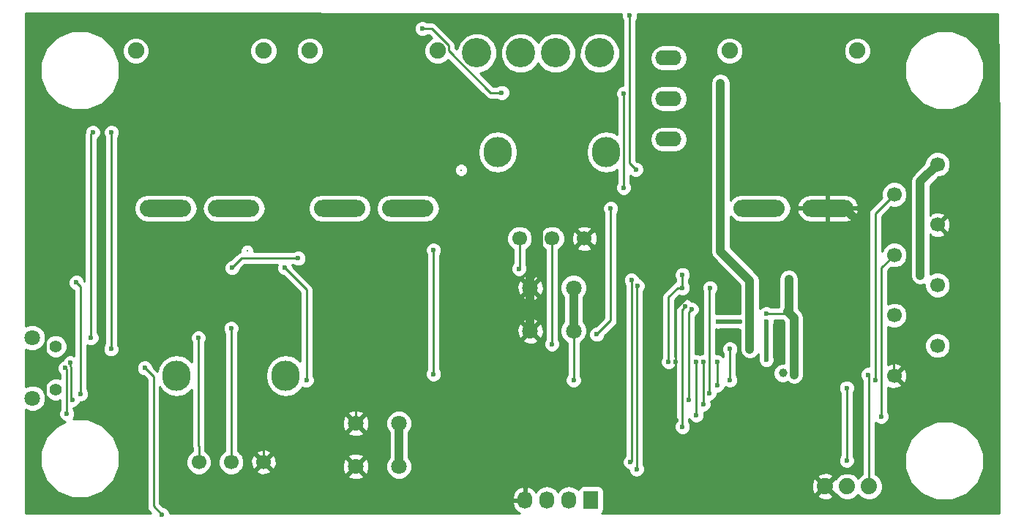
<source format=gbr>
G04 #@! TF.FileFunction,Copper,L2,Bot,Signal*
%FSLAX46Y46*%
G04 Gerber Fmt 4.6, Leading zero omitted, Abs format (unit mm)*
G04 Created by KiCad (PCBNEW 4.0.7-e2-6376~61~ubuntu18.04.1) date Tue Jul 31 18:43:04 2018*
%MOMM*%
%LPD*%
G01*
G04 APERTURE LIST*
%ADD10C,0.100000*%
%ADD11C,1.408000*%
%ADD12C,1.800000*%
%ADD13O,5.930000X1.970000*%
%ADD14C,1.900000*%
%ADD15C,1.700000*%
%ADD16O,3.300000X3.500000*%
%ADD17C,3.400000*%
%ADD18O,3.030000X1.760000*%
%ADD19C,1.879600*%
%ADD20C,0.300000*%
%ADD21R,1.727200X2.032000*%
%ADD22O,1.727200X2.032000*%
%ADD23C,1.000000*%
%ADD24C,0.600000*%
%ADD25C,1.000000*%
%ADD26C,0.250000*%
%ADD27C,0.500000*%
%ADD28C,0.254000*%
G04 APERTURE END LIST*
D10*
D11*
X50200000Y-84000000D03*
X50200000Y-89000000D03*
D12*
X47500000Y-83000000D03*
X47500000Y-90000000D03*
D13*
X62910000Y-68000000D03*
X70810000Y-68000000D03*
D14*
X59470000Y-49760000D03*
X74250000Y-49760000D03*
D15*
X70500000Y-97400000D03*
X66750000Y-97400000D03*
X74250000Y-97400000D03*
D16*
X76800000Y-87400000D03*
X64200000Y-87400000D03*
D13*
X131590000Y-68000000D03*
X139490000Y-68000000D03*
D14*
X128150000Y-49760000D03*
X142930000Y-49760000D03*
D17*
X108030000Y-50000000D03*
X103970000Y-50000000D03*
X113110000Y-50000000D03*
X98890000Y-50000000D03*
D13*
X83040000Y-68000000D03*
X90940000Y-68000000D03*
D14*
X79600000Y-49760000D03*
X94380000Y-49760000D03*
D15*
X152200000Y-62900000D03*
X147200000Y-66400000D03*
X152200000Y-69900000D03*
X147200000Y-73400000D03*
X152200000Y-76900000D03*
X152200000Y-83900000D03*
X147200000Y-80400000D03*
X147200000Y-87400000D03*
X107600000Y-71500000D03*
X103850000Y-71500000D03*
X111350000Y-71500000D03*
D16*
X113900000Y-61500000D03*
X101300000Y-61500000D03*
D12*
X84900000Y-92900000D03*
X89900000Y-92900000D03*
X84900000Y-97900000D03*
X89900000Y-97900000D03*
X105100000Y-77200000D03*
X110100000Y-77200000D03*
X105100000Y-82200000D03*
X110100000Y-82200000D03*
D18*
X121100000Y-55300000D03*
X121100000Y-60000000D03*
X121100000Y-50600000D03*
D19*
X144300000Y-100200000D03*
X141760000Y-100200000D03*
X139220000Y-100200000D03*
D20*
X97100000Y-63575000D03*
X72350000Y-72950000D03*
D21*
X112100000Y-101800000D03*
D22*
X109560000Y-101800000D03*
X107020000Y-101800000D03*
X104480000Y-101800000D03*
D23*
X130500000Y-84324000D03*
D24*
X129900000Y-75800000D03*
X127100000Y-53500000D03*
X147100000Y-84000000D03*
X142700000Y-84000000D03*
X142700000Y-78300000D03*
X86000000Y-86400000D03*
X136900000Y-92600000D03*
X122000000Y-92600000D03*
X48500000Y-63200000D03*
X74200000Y-90900000D03*
X49100000Y-90900000D03*
X49000000Y-87200000D03*
X48500000Y-76600000D03*
X124298780Y-77207400D03*
X121901020Y-85792600D03*
X106049999Y-67650001D03*
X143296276Y-69826276D03*
X137000000Y-84100000D03*
X103800000Y-75000000D03*
X132400000Y-80200000D03*
X135000000Y-76200000D03*
X150200000Y-75800000D03*
X144200000Y-87274980D03*
X135600000Y-87274980D03*
X121100920Y-85792600D03*
X122700000Y-75700000D03*
X122701120Y-77207400D03*
X54500000Y-59204680D03*
X54300000Y-83000000D03*
X66700000Y-83000000D03*
X116600000Y-45700000D03*
X117300000Y-63500000D03*
X135007844Y-80092156D03*
X123758345Y-79698226D03*
X52125020Y-90200000D03*
X123400000Y-90200000D03*
X51900000Y-85900000D03*
X123036253Y-79353839D03*
X51300000Y-86500000D03*
X51500000Y-91800000D03*
X122700000Y-93300000D03*
X145000000Y-87900000D03*
X128192600Y-84299080D03*
X128200000Y-87900000D03*
X124300000Y-91974980D03*
X145700000Y-92100000D03*
X124298780Y-85792600D03*
X78250000Y-73800000D03*
X70600000Y-74900000D03*
X79200000Y-87900000D03*
X76700000Y-74900000D03*
X93900000Y-72850000D03*
X93900000Y-87200000D03*
D23*
X134328981Y-87074980D03*
D24*
X132400000Y-85550000D03*
X132400000Y-81100000D03*
X129400000Y-81100000D03*
X126800000Y-81100000D03*
X70500000Y-81900000D03*
X125898980Y-77207400D03*
X125800000Y-89400000D03*
X53100000Y-89500000D03*
X52599560Y-76600000D03*
X125098880Y-85792600D03*
X125100000Y-90700000D03*
X110100000Y-87900000D03*
X56600000Y-84299080D03*
X56651120Y-59204680D03*
X126699080Y-85792600D03*
X126700000Y-88500000D03*
X141700000Y-88800000D03*
X141700000Y-97200000D03*
X116700000Y-97400000D03*
X116800000Y-76300000D03*
X117500000Y-77000000D03*
X117400000Y-98200000D03*
X115900000Y-65600000D03*
X115900000Y-54700000D03*
X101800000Y-54600000D03*
X92600000Y-47200000D03*
X114400000Y-68000000D03*
X112800000Y-82600000D03*
X107600000Y-83727362D03*
X62500000Y-103500000D03*
X60500000Y-86500000D03*
D25*
X130500000Y-76400000D02*
X130500000Y-83616894D01*
X129900000Y-75800000D02*
X130500000Y-76400000D01*
X130500000Y-83616894D02*
X130500000Y-84324000D01*
X127100000Y-53500000D02*
X127100000Y-73000000D01*
X127100000Y-73000000D02*
X129900000Y-75800000D01*
D26*
X147100000Y-84000000D02*
X147100000Y-87300000D01*
X147100000Y-87300000D02*
X147200000Y-87400000D01*
X142700000Y-78300000D02*
X142700000Y-84000000D01*
X84900000Y-92900000D02*
X84000001Y-93799999D01*
X84000001Y-93799999D02*
X84000001Y-97000001D01*
X84000001Y-97000001D02*
X84900000Y-97900000D01*
X86000000Y-86400000D02*
X84900000Y-87500000D01*
X84900000Y-87500000D02*
X84900000Y-92900000D01*
X136900000Y-92600000D02*
X136900000Y-84200000D01*
X136900000Y-84200000D02*
X137000000Y-84100000D01*
X121901020Y-85792600D02*
X121901020Y-92501020D01*
X121901020Y-92501020D02*
X122000000Y-92600000D01*
X48500000Y-63200000D02*
X48500000Y-76600000D01*
X74200000Y-90900000D02*
X74200000Y-97350000D01*
X74200000Y-97350000D02*
X74250000Y-97400000D01*
X49000000Y-87200000D02*
X49000000Y-90800000D01*
X49000000Y-90800000D02*
X49100000Y-90900000D01*
X48500000Y-76600000D02*
X48500000Y-77349110D01*
X48500000Y-77349110D02*
X49000000Y-77849110D01*
X49000000Y-77849110D02*
X49000000Y-87200000D01*
X121901020Y-85792600D02*
X121901020Y-79605160D01*
X121901020Y-79605160D02*
X124298780Y-77207400D01*
D25*
X105100000Y-77200000D02*
X105100000Y-75927208D01*
X105100000Y-75927208D02*
X106049999Y-74977209D01*
X106049999Y-74977209D02*
X106049999Y-67650001D01*
X105100000Y-77200000D02*
X105100000Y-82200000D01*
X139490000Y-68000000D02*
X141470000Y-68000000D01*
X141470000Y-68000000D02*
X143296276Y-69826276D01*
D26*
X103850000Y-74950000D02*
X103800000Y-75000000D01*
X103850000Y-71500000D02*
X103850000Y-74950000D01*
X132400000Y-80200000D02*
X134900000Y-80200000D01*
X134900000Y-80200000D02*
X135007844Y-80092156D01*
D25*
X135000000Y-76200000D02*
X135000000Y-80084312D01*
X135000000Y-80084312D02*
X135007844Y-80092156D01*
X152200000Y-62900000D02*
X150200000Y-64900000D01*
X150200000Y-64900000D02*
X150200000Y-75800000D01*
X134900000Y-79984312D02*
X135007844Y-80092156D01*
D26*
X144300000Y-100200000D02*
X144300000Y-87374980D01*
D25*
X135600000Y-86850716D02*
X135600000Y-87274980D01*
D26*
X144300000Y-87374980D02*
X144200000Y-87274980D01*
D25*
X135007844Y-80092156D02*
X135600000Y-80684312D01*
X135600000Y-80684312D02*
X135600000Y-86850716D01*
D26*
X122700000Y-77206280D02*
X122701120Y-77207400D01*
X122700000Y-75700000D02*
X122700000Y-77206280D01*
X122171720Y-77207400D02*
X122701120Y-77207400D01*
X121100920Y-78278200D02*
X122171720Y-77207400D01*
X121100920Y-85792600D02*
X121100920Y-78278200D01*
X121000000Y-85893520D02*
X121100920Y-85792600D01*
X66700000Y-95500000D02*
X66750000Y-95550000D01*
X66750000Y-95550000D02*
X66750000Y-97400000D01*
X54300000Y-83000000D02*
X54300000Y-59404680D01*
X54300000Y-59404680D02*
X54500000Y-59204680D01*
X66700000Y-95500000D02*
X66700000Y-83000000D01*
X117300000Y-63500000D02*
X116600000Y-62800000D01*
X116600000Y-62800000D02*
X116600000Y-45700000D01*
X123458346Y-79998225D02*
X123758345Y-79698226D01*
X123400000Y-90200000D02*
X123400000Y-80056571D01*
X123400000Y-80056571D02*
X123458346Y-79998225D01*
X51974999Y-90049979D02*
X52125020Y-90200000D01*
X51974999Y-86399263D02*
X51974999Y-90049979D01*
X51900000Y-86324264D02*
X51974999Y-86399263D01*
X51900000Y-85900000D02*
X51900000Y-86324264D01*
X122736254Y-79653838D02*
X123036253Y-79353839D01*
X122700000Y-79690092D02*
X122736254Y-79653838D01*
X122700000Y-93300000D02*
X122700000Y-79690092D01*
X51500000Y-91800000D02*
X51500000Y-86700000D01*
X51500000Y-86700000D02*
X51300000Y-86500000D01*
X145000000Y-87900000D02*
X145000000Y-68600000D01*
X128192600Y-84299080D02*
X128192600Y-87892600D01*
X128192600Y-87892600D02*
X128200000Y-87900000D01*
X128200000Y-84306480D02*
X128192600Y-84299080D01*
X147200000Y-66400000D02*
X145000000Y-68600000D01*
X145000000Y-68600000D02*
X145000000Y-73860998D01*
X124298780Y-85792600D02*
X124298780Y-91973760D01*
X124298780Y-91973760D02*
X124300000Y-91974980D01*
X145700000Y-92100000D02*
X145700000Y-74900000D01*
X145700000Y-74900000D02*
X147200000Y-73400000D01*
X70600000Y-74900000D02*
X71700000Y-73800000D01*
X71700000Y-73800000D02*
X78250000Y-73800000D01*
X76700000Y-74900000D02*
X79200000Y-77400000D01*
X79200000Y-77400000D02*
X79200000Y-87900000D01*
X93900000Y-87200000D02*
X93900000Y-72850000D01*
D27*
X132400000Y-81100000D02*
X132400000Y-85550000D01*
X126800000Y-81100000D02*
X129400000Y-81100000D01*
D26*
X70500000Y-81900000D02*
X70500000Y-97400000D01*
X53100000Y-89500000D02*
X53100000Y-77100440D01*
X53100000Y-77100440D02*
X52599560Y-76600000D01*
X125800000Y-89400000D02*
X125800000Y-77306380D01*
X125800000Y-77306380D02*
X125898980Y-77207400D01*
D25*
X89900000Y-92900000D02*
X89900000Y-97900000D01*
D26*
X125100000Y-87700000D02*
X125100000Y-90700000D01*
X125100000Y-87700000D02*
X125100000Y-87000000D01*
X125100000Y-87700000D02*
X125100000Y-85793720D01*
X125100000Y-85793720D02*
X125098880Y-85792600D01*
D25*
X110100000Y-77200000D02*
X110100000Y-82200000D01*
D26*
X110100000Y-87900000D02*
X110100000Y-82200000D01*
X56651120Y-59204680D02*
X56651120Y-84247960D01*
X56651120Y-84247960D02*
X56600000Y-84299080D01*
X126700000Y-88500000D02*
X126700000Y-85793520D01*
X126700000Y-85793520D02*
X126699080Y-85792600D01*
X141700000Y-97200000D02*
X141700000Y-88800000D01*
X116800000Y-76300000D02*
X116800000Y-97300000D01*
X116800000Y-97300000D02*
X116700000Y-97400000D01*
X117400000Y-98200000D02*
X117400000Y-77100000D01*
X117400000Y-77100000D02*
X117500000Y-77000000D01*
X115900000Y-54700000D02*
X115900000Y-65600000D01*
X92600000Y-47200000D02*
X93707002Y-47200000D01*
X93707002Y-47200000D02*
X95655001Y-49147999D01*
X95655001Y-49147999D02*
X95655001Y-49762003D01*
X95655001Y-49762003D02*
X100492998Y-54600000D01*
X100492998Y-54600000D02*
X101800000Y-54600000D01*
X112800000Y-82600000D02*
X114400000Y-81000000D01*
X114400000Y-81000000D02*
X114400000Y-68000000D01*
X107600000Y-71500000D02*
X107600000Y-83727362D01*
X61500000Y-99500000D02*
X61500000Y-102500000D01*
X61500000Y-102500000D02*
X62500000Y-103500000D01*
X60500000Y-86500000D02*
X61500000Y-87500000D01*
X61500000Y-87500000D02*
X61500000Y-99500000D01*
D28*
G36*
X115675434Y-45488462D02*
X115665162Y-45513201D01*
X115664838Y-45885167D01*
X115806883Y-46228943D01*
X115840000Y-46262118D01*
X115840000Y-53764947D01*
X115714833Y-53764838D01*
X115371057Y-53906883D01*
X115107808Y-54169673D01*
X114965162Y-54513201D01*
X114964838Y-54885167D01*
X115106883Y-55228943D01*
X115140000Y-55262118D01*
X115140000Y-59486475D01*
X114774432Y-59242210D01*
X113900000Y-59068275D01*
X113025568Y-59242210D01*
X112284261Y-59737536D01*
X111788935Y-60478843D01*
X111615000Y-61353275D01*
X111615000Y-61646725D01*
X111788935Y-62521157D01*
X112284261Y-63262464D01*
X113025568Y-63757790D01*
X113900000Y-63931725D01*
X114774432Y-63757790D01*
X115140000Y-63513525D01*
X115140000Y-65037537D01*
X115107808Y-65069673D01*
X114965162Y-65413201D01*
X114964838Y-65785167D01*
X115106883Y-66128943D01*
X115369673Y-66392192D01*
X115713201Y-66534838D01*
X116085167Y-66535162D01*
X116428943Y-66393117D01*
X116692192Y-66130327D01*
X116834838Y-65786799D01*
X116835162Y-65414833D01*
X116693117Y-65071057D01*
X116660000Y-65037882D01*
X116660000Y-64182327D01*
X116769673Y-64292192D01*
X117113201Y-64434838D01*
X117485167Y-64435162D01*
X117828943Y-64293117D01*
X118092192Y-64030327D01*
X118234838Y-63686799D01*
X118235162Y-63314833D01*
X118093117Y-62971057D01*
X117830327Y-62707808D01*
X117486799Y-62565162D01*
X117439924Y-62565121D01*
X117360000Y-62485198D01*
X117360000Y-60000000D01*
X118907879Y-60000000D01*
X119023202Y-60579765D01*
X119351612Y-61071267D01*
X119843114Y-61399677D01*
X120422879Y-61515000D01*
X121777121Y-61515000D01*
X122356886Y-61399677D01*
X122848388Y-61071267D01*
X123176798Y-60579765D01*
X123292121Y-60000000D01*
X123176798Y-59420235D01*
X122848388Y-58928733D01*
X122356886Y-58600323D01*
X121777121Y-58485000D01*
X120422879Y-58485000D01*
X119843114Y-58600323D01*
X119351612Y-58928733D01*
X119023202Y-59420235D01*
X118907879Y-60000000D01*
X117360000Y-60000000D01*
X117360000Y-55300000D01*
X118907879Y-55300000D01*
X119023202Y-55879765D01*
X119351612Y-56371267D01*
X119843114Y-56699677D01*
X120422879Y-56815000D01*
X121777121Y-56815000D01*
X122356886Y-56699677D01*
X122848388Y-56371267D01*
X123176798Y-55879765D01*
X123292121Y-55300000D01*
X123176798Y-54720235D01*
X122848388Y-54228733D01*
X122356886Y-53900323D01*
X121777121Y-53785000D01*
X120422879Y-53785000D01*
X119843114Y-53900323D01*
X119351612Y-54228733D01*
X119023202Y-54720235D01*
X118907879Y-55300000D01*
X117360000Y-55300000D01*
X117360000Y-50600000D01*
X118907879Y-50600000D01*
X119023202Y-51179765D01*
X119351612Y-51671267D01*
X119843114Y-51999677D01*
X120422879Y-52115000D01*
X121777121Y-52115000D01*
X122356886Y-51999677D01*
X122848388Y-51671267D01*
X123176798Y-51179765D01*
X123292121Y-50600000D01*
X123187472Y-50073893D01*
X126564725Y-50073893D01*
X126805519Y-50656657D01*
X127250997Y-51102914D01*
X127833341Y-51344724D01*
X128463893Y-51345275D01*
X129046657Y-51104481D01*
X129492914Y-50659003D01*
X129734724Y-50076659D01*
X129734726Y-50073893D01*
X141344725Y-50073893D01*
X141585519Y-50656657D01*
X142030997Y-51102914D01*
X142613341Y-51344724D01*
X143243893Y-51345275D01*
X143826657Y-51104481D01*
X144272914Y-50659003D01*
X144514724Y-50076659D01*
X144515275Y-49446107D01*
X144274481Y-48863343D01*
X143829003Y-48417086D01*
X143246659Y-48175276D01*
X142616107Y-48174725D01*
X142033343Y-48415519D01*
X141587086Y-48860997D01*
X141345276Y-49443341D01*
X141344725Y-50073893D01*
X129734726Y-50073893D01*
X129735275Y-49446107D01*
X129494481Y-48863343D01*
X129049003Y-48417086D01*
X128466659Y-48175276D01*
X127836107Y-48174725D01*
X127253343Y-48415519D01*
X126807086Y-48860997D01*
X126565276Y-49443341D01*
X126564725Y-50073893D01*
X123187472Y-50073893D01*
X123176798Y-50020235D01*
X122848388Y-49528733D01*
X122356886Y-49200323D01*
X121777121Y-49085000D01*
X120422879Y-49085000D01*
X119843114Y-49200323D01*
X119351612Y-49528733D01*
X119023202Y-50020235D01*
X118907879Y-50600000D01*
X117360000Y-50600000D01*
X117360000Y-46262463D01*
X117392192Y-46230327D01*
X117534838Y-45886799D01*
X117535162Y-45514833D01*
X117524941Y-45490096D01*
X159174082Y-45526889D01*
X159290000Y-59066119D01*
X159290000Y-103290000D01*
X113399640Y-103290000D01*
X113415041Y-103280090D01*
X113560031Y-103067890D01*
X113611040Y-102816000D01*
X113611040Y-101308968D01*
X138290637Y-101308968D01*
X138381923Y-101569580D01*
X138969833Y-101786045D01*
X139595828Y-101761049D01*
X140058077Y-101569580D01*
X140149363Y-101308968D01*
X139220000Y-100379605D01*
X138290637Y-101308968D01*
X113611040Y-101308968D01*
X113611040Y-100784000D01*
X113566762Y-100548683D01*
X113427690Y-100332559D01*
X113215490Y-100187569D01*
X112963600Y-100136560D01*
X111236400Y-100136560D01*
X111001083Y-100180838D01*
X110784959Y-100319910D01*
X110639969Y-100532110D01*
X110631600Y-100573439D01*
X110619670Y-100555585D01*
X110133489Y-100230729D01*
X109560000Y-100116655D01*
X108986511Y-100230729D01*
X108500330Y-100555585D01*
X108290000Y-100870366D01*
X108079670Y-100555585D01*
X107593489Y-100230729D01*
X107020000Y-100116655D01*
X106446511Y-100230729D01*
X105960330Y-100555585D01*
X105753539Y-100865069D01*
X105382036Y-100449268D01*
X104854791Y-100195291D01*
X104839026Y-100192642D01*
X104607000Y-100313783D01*
X104607000Y-101673000D01*
X104627000Y-101673000D01*
X104627000Y-101927000D01*
X104607000Y-101927000D01*
X104607000Y-101947000D01*
X104353000Y-101947000D01*
X104353000Y-101927000D01*
X103139076Y-101927000D01*
X102994816Y-102161913D01*
X103188046Y-102714320D01*
X103577964Y-103150732D01*
X103867078Y-103290000D01*
X63424901Y-103290000D01*
X63293117Y-102971057D01*
X63030327Y-102707808D01*
X62686799Y-102565162D01*
X62639923Y-102565121D01*
X62260000Y-102185198D01*
X62260000Y-101438087D01*
X102994816Y-101438087D01*
X103139076Y-101673000D01*
X104353000Y-101673000D01*
X104353000Y-100313783D01*
X104120974Y-100192642D01*
X104105209Y-100195291D01*
X103577964Y-100449268D01*
X103188046Y-100885680D01*
X102994816Y-101438087D01*
X62260000Y-101438087D01*
X62260000Y-99949833D01*
X137633955Y-99949833D01*
X137658951Y-100575828D01*
X137850420Y-101038077D01*
X138111032Y-101129363D01*
X139040395Y-100200000D01*
X139399605Y-100200000D01*
X140328968Y-101129363D01*
X140427964Y-101094687D01*
X140866783Y-101534272D01*
X141445379Y-101774526D01*
X142071873Y-101775073D01*
X142650887Y-101535829D01*
X143030273Y-101157104D01*
X143406783Y-101534272D01*
X143985379Y-101774526D01*
X144611873Y-101775073D01*
X145190887Y-101535829D01*
X145634272Y-101093217D01*
X145874526Y-100514621D01*
X145875073Y-99888127D01*
X145635829Y-99309113D01*
X145193217Y-98865728D01*
X145060000Y-98810411D01*
X145060000Y-98156427D01*
X148422207Y-98156427D01*
X149117545Y-99839275D01*
X150403952Y-101127929D01*
X152085584Y-101826204D01*
X153906427Y-101827793D01*
X155589275Y-101132455D01*
X156877929Y-99846048D01*
X157576204Y-98164416D01*
X157577793Y-96343573D01*
X156882455Y-94660725D01*
X155596048Y-93372071D01*
X153914416Y-92673796D01*
X152093573Y-92672207D01*
X150410725Y-93367545D01*
X149122071Y-94653952D01*
X148423796Y-96335584D01*
X148422207Y-98156427D01*
X145060000Y-98156427D01*
X145060000Y-92782327D01*
X145169673Y-92892192D01*
X145513201Y-93034838D01*
X145885167Y-93035162D01*
X146228943Y-92893117D01*
X146492192Y-92630327D01*
X146634838Y-92286799D01*
X146635162Y-91914833D01*
X146493117Y-91571057D01*
X146460000Y-91537882D01*
X146460000Y-88711249D01*
X146971279Y-88896718D01*
X147561458Y-88870315D01*
X147984080Y-88695259D01*
X148064353Y-88443958D01*
X147200000Y-87579605D01*
X147185858Y-87593748D01*
X147006253Y-87414143D01*
X147020395Y-87400000D01*
X147379605Y-87400000D01*
X148243958Y-88264353D01*
X148495259Y-88184080D01*
X148696718Y-87628721D01*
X148670315Y-87038542D01*
X148495259Y-86615920D01*
X148243958Y-86535647D01*
X147379605Y-87400000D01*
X147020395Y-87400000D01*
X147006253Y-87385858D01*
X147185858Y-87206253D01*
X147200000Y-87220395D01*
X148064353Y-86356042D01*
X147984080Y-86104741D01*
X147428721Y-85903282D01*
X146838542Y-85929685D01*
X146460000Y-86086482D01*
X146460000Y-84194089D01*
X150714743Y-84194089D01*
X150940344Y-84740086D01*
X151357717Y-85158188D01*
X151903319Y-85384742D01*
X152494089Y-85385257D01*
X153040086Y-85159656D01*
X153458188Y-84742283D01*
X153684742Y-84196681D01*
X153685257Y-83605911D01*
X153459656Y-83059914D01*
X153042283Y-82641812D01*
X152496681Y-82415258D01*
X151905911Y-82414743D01*
X151359914Y-82640344D01*
X150941812Y-83057717D01*
X150715258Y-83603319D01*
X150714743Y-84194089D01*
X146460000Y-84194089D01*
X146460000Y-81700660D01*
X146903319Y-81884742D01*
X147494089Y-81885257D01*
X148040086Y-81659656D01*
X148458188Y-81242283D01*
X148684742Y-80696681D01*
X148685257Y-80105911D01*
X148459656Y-79559914D01*
X148042283Y-79141812D01*
X147496681Y-78915258D01*
X146905911Y-78914743D01*
X146460000Y-79098989D01*
X146460000Y-75214802D01*
X146823291Y-74851511D01*
X146903319Y-74884742D01*
X147494089Y-74885257D01*
X148040086Y-74659656D01*
X148458188Y-74242283D01*
X148684742Y-73696681D01*
X148685257Y-73105911D01*
X148459656Y-72559914D01*
X148042283Y-72141812D01*
X147496681Y-71915258D01*
X146905911Y-71914743D01*
X146359914Y-72140344D01*
X145941812Y-72557717D01*
X145760000Y-72995568D01*
X145760000Y-68914802D01*
X146823291Y-67851511D01*
X146903319Y-67884742D01*
X147494089Y-67885257D01*
X148040086Y-67659656D01*
X148458188Y-67242283D01*
X148684742Y-66696681D01*
X148685257Y-66105911D01*
X148459656Y-65559914D01*
X148042283Y-65141812D01*
X147496681Y-64915258D01*
X146905911Y-64914743D01*
X146359914Y-65140344D01*
X145941812Y-65557717D01*
X145715258Y-66103319D01*
X145714743Y-66694089D01*
X145748766Y-66776432D01*
X144462599Y-68062599D01*
X144297852Y-68309161D01*
X144240000Y-68600000D01*
X144240000Y-86340014D01*
X144014833Y-86339818D01*
X143671057Y-86481863D01*
X143407808Y-86744653D01*
X143265162Y-87088181D01*
X143264838Y-87460147D01*
X143406883Y-87803923D01*
X143540000Y-87937273D01*
X143540000Y-98810090D01*
X143409113Y-98864171D01*
X143029727Y-99242896D01*
X142653217Y-98865728D01*
X142074621Y-98625474D01*
X141448127Y-98624927D01*
X140869113Y-98864171D01*
X140427399Y-99305115D01*
X140328968Y-99270637D01*
X139399605Y-100200000D01*
X139040395Y-100200000D01*
X138111032Y-99270637D01*
X137850420Y-99361923D01*
X137633955Y-99949833D01*
X62260000Y-99949833D01*
X62260000Y-98980159D01*
X83999446Y-98980159D01*
X84085852Y-99236643D01*
X84659336Y-99446458D01*
X85269460Y-99420839D01*
X85714148Y-99236643D01*
X85800554Y-98980159D01*
X84900000Y-98079605D01*
X83999446Y-98980159D01*
X62260000Y-98980159D01*
X62260000Y-88677174D01*
X62584261Y-89162464D01*
X63325568Y-89657790D01*
X64200000Y-89831725D01*
X65074432Y-89657790D01*
X65815739Y-89162464D01*
X65940000Y-88976494D01*
X65940000Y-95500000D01*
X65990000Y-95751365D01*
X65990000Y-96107253D01*
X65909914Y-96140344D01*
X65491812Y-96557717D01*
X65265258Y-97103319D01*
X65264743Y-97694089D01*
X65490344Y-98240086D01*
X65907717Y-98658188D01*
X66453319Y-98884742D01*
X67044089Y-98885257D01*
X67590086Y-98659656D01*
X68008188Y-98242283D01*
X68234742Y-97696681D01*
X68234744Y-97694089D01*
X69014743Y-97694089D01*
X69240344Y-98240086D01*
X69657717Y-98658188D01*
X70203319Y-98884742D01*
X70794089Y-98885257D01*
X71340086Y-98659656D01*
X71556160Y-98443958D01*
X73385647Y-98443958D01*
X73465920Y-98695259D01*
X74021279Y-98896718D01*
X74611458Y-98870315D01*
X75034080Y-98695259D01*
X75114353Y-98443958D01*
X74250000Y-97579605D01*
X73385647Y-98443958D01*
X71556160Y-98443958D01*
X71758188Y-98242283D01*
X71984742Y-97696681D01*
X71985200Y-97171279D01*
X72753282Y-97171279D01*
X72779685Y-97761458D01*
X72954741Y-98184080D01*
X73206042Y-98264353D01*
X74070395Y-97400000D01*
X74429605Y-97400000D01*
X75293958Y-98264353D01*
X75545259Y-98184080D01*
X75735612Y-97659336D01*
X83353542Y-97659336D01*
X83379161Y-98269460D01*
X83563357Y-98714148D01*
X83819841Y-98800554D01*
X84720395Y-97900000D01*
X85079605Y-97900000D01*
X85980159Y-98800554D01*
X86236643Y-98714148D01*
X86446458Y-98140664D01*
X86420839Y-97530540D01*
X86236643Y-97085852D01*
X85980159Y-96999446D01*
X85079605Y-97900000D01*
X84720395Y-97900000D01*
X83819841Y-96999446D01*
X83563357Y-97085852D01*
X83353542Y-97659336D01*
X75735612Y-97659336D01*
X75746718Y-97628721D01*
X75720315Y-97038542D01*
X75629726Y-96819841D01*
X83999446Y-96819841D01*
X84900000Y-97720395D01*
X85800554Y-96819841D01*
X85714148Y-96563357D01*
X85140664Y-96353542D01*
X84530540Y-96379161D01*
X84085852Y-96563357D01*
X83999446Y-96819841D01*
X75629726Y-96819841D01*
X75545259Y-96615920D01*
X75293958Y-96535647D01*
X74429605Y-97400000D01*
X74070395Y-97400000D01*
X73206042Y-96535647D01*
X72954741Y-96615920D01*
X72753282Y-97171279D01*
X71985200Y-97171279D01*
X71985257Y-97105911D01*
X71759656Y-96559914D01*
X71556140Y-96356042D01*
X73385647Y-96356042D01*
X74250000Y-97220395D01*
X75114353Y-96356042D01*
X75034080Y-96104741D01*
X74478721Y-95903282D01*
X73888542Y-95929685D01*
X73465920Y-96104741D01*
X73385647Y-96356042D01*
X71556140Y-96356042D01*
X71342283Y-96141812D01*
X71260000Y-96107645D01*
X71260000Y-93980159D01*
X83999446Y-93980159D01*
X84085852Y-94236643D01*
X84659336Y-94446458D01*
X85269460Y-94420839D01*
X85714148Y-94236643D01*
X85800554Y-93980159D01*
X84900000Y-93079605D01*
X83999446Y-93980159D01*
X71260000Y-93980159D01*
X71260000Y-92659336D01*
X83353542Y-92659336D01*
X83379161Y-93269460D01*
X83563357Y-93714148D01*
X83819841Y-93800554D01*
X84720395Y-92900000D01*
X85079605Y-92900000D01*
X85980159Y-93800554D01*
X86236643Y-93714148D01*
X86423289Y-93203991D01*
X88364735Y-93203991D01*
X88597932Y-93768371D01*
X88765000Y-93935731D01*
X88765000Y-96864095D01*
X88599449Y-97029357D01*
X88365267Y-97593330D01*
X88364735Y-98203991D01*
X88597932Y-98768371D01*
X89029357Y-99200551D01*
X89593330Y-99434733D01*
X90203991Y-99435265D01*
X90768371Y-99202068D01*
X91200551Y-98770643D01*
X91434733Y-98206670D01*
X91435265Y-97596009D01*
X91430786Y-97585167D01*
X115764838Y-97585167D01*
X115906883Y-97928943D01*
X116169673Y-98192192D01*
X116464899Y-98314781D01*
X116464838Y-98385167D01*
X116606883Y-98728943D01*
X116869673Y-98992192D01*
X117213201Y-99134838D01*
X117585167Y-99135162D01*
X117691970Y-99091032D01*
X138290637Y-99091032D01*
X139220000Y-100020395D01*
X140149363Y-99091032D01*
X140058077Y-98830420D01*
X139470167Y-98613955D01*
X138844172Y-98638951D01*
X138381923Y-98830420D01*
X138290637Y-99091032D01*
X117691970Y-99091032D01*
X117928943Y-98993117D01*
X118192192Y-98730327D01*
X118334838Y-98386799D01*
X118335162Y-98014833D01*
X118193117Y-97671057D01*
X118160000Y-97637882D01*
X118160000Y-85977767D01*
X120165758Y-85977767D01*
X120307803Y-86321543D01*
X120570593Y-86584792D01*
X120914121Y-86727438D01*
X121286087Y-86727762D01*
X121629863Y-86585717D01*
X121893112Y-86322927D01*
X121940000Y-86210009D01*
X121940000Y-92737537D01*
X121907808Y-92769673D01*
X121765162Y-93113201D01*
X121764838Y-93485167D01*
X121906883Y-93828943D01*
X122169673Y-94092192D01*
X122513201Y-94234838D01*
X122885167Y-94235162D01*
X123228943Y-94093117D01*
X123492192Y-93830327D01*
X123634838Y-93486799D01*
X123635162Y-93114833D01*
X123493117Y-92771057D01*
X123460000Y-92737882D01*
X123460000Y-92390457D01*
X123506883Y-92503923D01*
X123769673Y-92767172D01*
X124113201Y-92909818D01*
X124485167Y-92910142D01*
X124828943Y-92768097D01*
X125092192Y-92505307D01*
X125234838Y-92161779D01*
X125235162Y-91789813D01*
X125171221Y-91635063D01*
X125285167Y-91635162D01*
X125628943Y-91493117D01*
X125892192Y-91230327D01*
X126034838Y-90886799D01*
X126035162Y-90514833D01*
X125960915Y-90335141D01*
X125985167Y-90335162D01*
X126328943Y-90193117D01*
X126592192Y-89930327D01*
X126734838Y-89586799D01*
X126734970Y-89435031D01*
X126885167Y-89435162D01*
X127228943Y-89293117D01*
X127492192Y-89030327D01*
X127510944Y-88985167D01*
X140764838Y-88985167D01*
X140906883Y-89328943D01*
X140940000Y-89362118D01*
X140940000Y-96637537D01*
X140907808Y-96669673D01*
X140765162Y-97013201D01*
X140764838Y-97385167D01*
X140906883Y-97728943D01*
X141169673Y-97992192D01*
X141513201Y-98134838D01*
X141885167Y-98135162D01*
X142228943Y-97993117D01*
X142492192Y-97730327D01*
X142634838Y-97386799D01*
X142635162Y-97014833D01*
X142493117Y-96671057D01*
X142460000Y-96637882D01*
X142460000Y-89362463D01*
X142492192Y-89330327D01*
X142634838Y-88986799D01*
X142635162Y-88614833D01*
X142493117Y-88271057D01*
X142230327Y-88007808D01*
X141886799Y-87865162D01*
X141514833Y-87864838D01*
X141171057Y-88006883D01*
X140907808Y-88269673D01*
X140765162Y-88613201D01*
X140764838Y-88985167D01*
X127510944Y-88985167D01*
X127634838Y-88686799D01*
X127634864Y-88657322D01*
X127669673Y-88692192D01*
X128013201Y-88834838D01*
X128385167Y-88835162D01*
X128728943Y-88693117D01*
X128992192Y-88430327D01*
X129134838Y-88086799D01*
X129135162Y-87714833D01*
X128993117Y-87371057D01*
X128952600Y-87330469D01*
X128952600Y-84861543D01*
X128984792Y-84829407D01*
X129127438Y-84485879D01*
X129127762Y-84113913D01*
X128985717Y-83770137D01*
X128722927Y-83506888D01*
X128379399Y-83364242D01*
X128007433Y-83363918D01*
X127663657Y-83505963D01*
X127400408Y-83768753D01*
X127257762Y-84112281D01*
X127257438Y-84484247D01*
X127399483Y-84828023D01*
X127432600Y-84861198D01*
X127432600Y-85203956D01*
X127229407Y-85000408D01*
X126885879Y-84857762D01*
X126560000Y-84857478D01*
X126560000Y-82012747D01*
X126613201Y-82034838D01*
X126985167Y-82035162D01*
X127106569Y-81985000D01*
X129093178Y-81985000D01*
X129213201Y-82034838D01*
X129365000Y-82034970D01*
X129365000Y-84323010D01*
X129364803Y-84548775D01*
X129537233Y-84966086D01*
X129856235Y-85285645D01*
X130273244Y-85458803D01*
X130724775Y-85459197D01*
X131142086Y-85286767D01*
X131461645Y-84967765D01*
X131515000Y-84839272D01*
X131515000Y-85243178D01*
X131465162Y-85363201D01*
X131464838Y-85735167D01*
X131606883Y-86078943D01*
X131869673Y-86342192D01*
X132213201Y-86484838D01*
X132585167Y-86485162D01*
X132928943Y-86343117D01*
X133192192Y-86080327D01*
X133334838Y-85736799D01*
X133335162Y-85364833D01*
X133285000Y-85243431D01*
X133285000Y-81406822D01*
X133334838Y-81286799D01*
X133335123Y-80960000D01*
X134270556Y-80960000D01*
X134465000Y-81154444D01*
X134465000Y-85940098D01*
X134104206Y-85939783D01*
X133686895Y-86112213D01*
X133367336Y-86431215D01*
X133194178Y-86848224D01*
X133193784Y-87299755D01*
X133366214Y-87717066D01*
X133685216Y-88036625D01*
X134102225Y-88209783D01*
X134553756Y-88210177D01*
X134826975Y-88097285D01*
X135165654Y-88323583D01*
X135600000Y-88409980D01*
X136034346Y-88323583D01*
X136402566Y-88077546D01*
X136648603Y-87709326D01*
X136735000Y-87274980D01*
X136735000Y-80684312D01*
X136648603Y-80249966D01*
X136402566Y-79881746D01*
X136135000Y-79614180D01*
X136135000Y-76200000D01*
X136048603Y-75765654D01*
X135802566Y-75397434D01*
X135434346Y-75151397D01*
X135000000Y-75065000D01*
X134565654Y-75151397D01*
X134197434Y-75397434D01*
X133951397Y-75765654D01*
X133865000Y-76200000D01*
X133865000Y-79440000D01*
X132962463Y-79440000D01*
X132930327Y-79407808D01*
X132586799Y-79265162D01*
X132214833Y-79264838D01*
X131871057Y-79406883D01*
X131635000Y-79642528D01*
X131635000Y-76400000D01*
X131548603Y-75965654D01*
X131302566Y-75597434D01*
X128235000Y-72529868D01*
X128235000Y-68907614D01*
X128393959Y-69145513D01*
X128919525Y-69496685D01*
X129539472Y-69620000D01*
X133640528Y-69620000D01*
X134260475Y-69496685D01*
X134786041Y-69145513D01*
X135137213Y-68619947D01*
X135185323Y-68378080D01*
X135934737Y-68378080D01*
X135964714Y-68502614D01*
X136274684Y-69055710D01*
X136772720Y-69448084D01*
X137383000Y-69620000D01*
X139363000Y-69620000D01*
X139363000Y-68127000D01*
X139617000Y-68127000D01*
X139617000Y-69620000D01*
X141597000Y-69620000D01*
X142207280Y-69448084D01*
X142705316Y-69055710D01*
X143015286Y-68502614D01*
X143045263Y-68378080D01*
X142925721Y-68127000D01*
X139617000Y-68127000D01*
X139363000Y-68127000D01*
X136054279Y-68127000D01*
X135934737Y-68378080D01*
X135185323Y-68378080D01*
X135260528Y-68000000D01*
X135185324Y-67621920D01*
X135934737Y-67621920D01*
X136054279Y-67873000D01*
X139363000Y-67873000D01*
X139363000Y-66380000D01*
X139617000Y-66380000D01*
X139617000Y-67873000D01*
X142925721Y-67873000D01*
X143045263Y-67621920D01*
X143015286Y-67497386D01*
X142705316Y-66944290D01*
X142207280Y-66551916D01*
X141597000Y-66380000D01*
X139617000Y-66380000D01*
X139363000Y-66380000D01*
X137383000Y-66380000D01*
X136772720Y-66551916D01*
X136274684Y-66944290D01*
X135964714Y-67497386D01*
X135934737Y-67621920D01*
X135185324Y-67621920D01*
X135137213Y-67380053D01*
X134786041Y-66854487D01*
X134260475Y-66503315D01*
X133640528Y-66380000D01*
X129539472Y-66380000D01*
X128919525Y-66503315D01*
X128393959Y-66854487D01*
X128235000Y-67092386D01*
X128235000Y-64900000D01*
X149065000Y-64900000D01*
X149065000Y-75800000D01*
X149151397Y-76234346D01*
X149397434Y-76602566D01*
X149765654Y-76848603D01*
X150200000Y-76935000D01*
X150634346Y-76848603D01*
X150715091Y-76794651D01*
X150714743Y-77194089D01*
X150940344Y-77740086D01*
X151357717Y-78158188D01*
X151903319Y-78384742D01*
X152494089Y-78385257D01*
X153040086Y-78159656D01*
X153458188Y-77742283D01*
X153684742Y-77196681D01*
X153685257Y-76605911D01*
X153459656Y-76059914D01*
X153042283Y-75641812D01*
X152496681Y-75415258D01*
X151905911Y-75414743D01*
X151359914Y-75640344D01*
X151335000Y-75665215D01*
X151335000Y-70944608D01*
X151335648Y-70943960D01*
X151415920Y-71195259D01*
X151971279Y-71396718D01*
X152561458Y-71370315D01*
X152984080Y-71195259D01*
X153064353Y-70943958D01*
X152200000Y-70079605D01*
X152185858Y-70093748D01*
X152006253Y-69914143D01*
X152020395Y-69900000D01*
X152379605Y-69900000D01*
X153243958Y-70764353D01*
X153495259Y-70684080D01*
X153696718Y-70128721D01*
X153670315Y-69538542D01*
X153495259Y-69115920D01*
X153243958Y-69035647D01*
X152379605Y-69900000D01*
X152020395Y-69900000D01*
X152006253Y-69885858D01*
X152185858Y-69706253D01*
X152200000Y-69720395D01*
X153064353Y-68856042D01*
X152984080Y-68604741D01*
X152428721Y-68403282D01*
X151838542Y-68429685D01*
X151415920Y-68604741D01*
X151335648Y-68856040D01*
X151335000Y-68855392D01*
X151335000Y-65370132D01*
X152320027Y-64385105D01*
X152494089Y-64385257D01*
X153040086Y-64159656D01*
X153458188Y-63742283D01*
X153684742Y-63196681D01*
X153685257Y-62605911D01*
X153459656Y-62059914D01*
X153042283Y-61641812D01*
X152496681Y-61415258D01*
X151905911Y-61414743D01*
X151359914Y-61640344D01*
X150941812Y-62057717D01*
X150715258Y-62603319D01*
X150715104Y-62779764D01*
X149397434Y-64097434D01*
X149151397Y-64465654D01*
X149065000Y-64900000D01*
X128235000Y-64900000D01*
X128235000Y-53500000D01*
X128148603Y-53065654D01*
X128042211Y-52906427D01*
X148422207Y-52906427D01*
X149117545Y-54589275D01*
X150403952Y-55877929D01*
X152085584Y-56576204D01*
X153906427Y-56577793D01*
X155589275Y-55882455D01*
X156877929Y-54596048D01*
X157576204Y-52914416D01*
X157577793Y-51093573D01*
X156882455Y-49410725D01*
X155596048Y-48122071D01*
X153914416Y-47423796D01*
X152093573Y-47422207D01*
X150410725Y-48117545D01*
X149122071Y-49403952D01*
X148423796Y-51085584D01*
X148422207Y-52906427D01*
X128042211Y-52906427D01*
X127902566Y-52697434D01*
X127534346Y-52451397D01*
X127100000Y-52365000D01*
X126665654Y-52451397D01*
X126297434Y-52697434D01*
X126051397Y-53065654D01*
X125965000Y-53500000D01*
X125965000Y-73000000D01*
X126051397Y-73434346D01*
X126222781Y-73690840D01*
X126297434Y-73802566D01*
X129365000Y-76870132D01*
X129365000Y-80164969D01*
X129214833Y-80164838D01*
X129093431Y-80215000D01*
X127106822Y-80215000D01*
X126986799Y-80165162D01*
X126614833Y-80164838D01*
X126560000Y-80187494D01*
X126560000Y-77868670D01*
X126691172Y-77737727D01*
X126833818Y-77394199D01*
X126834142Y-77022233D01*
X126692097Y-76678457D01*
X126429307Y-76415208D01*
X126085779Y-76272562D01*
X125713813Y-76272238D01*
X125370037Y-76414283D01*
X125106788Y-76677073D01*
X124964142Y-77020601D01*
X124963818Y-77392567D01*
X125040000Y-77576942D01*
X125040000Y-84857548D01*
X124913713Y-84857438D01*
X124698726Y-84946269D01*
X124485579Y-84857762D01*
X124160000Y-84857478D01*
X124160000Y-80543937D01*
X124287288Y-80491343D01*
X124550537Y-80228553D01*
X124693183Y-79885025D01*
X124693507Y-79513059D01*
X124551462Y-79169283D01*
X124288672Y-78906034D01*
X123945144Y-78763388D01*
X123767815Y-78763234D01*
X123566580Y-78561647D01*
X123223052Y-78419001D01*
X122851086Y-78418677D01*
X122507310Y-78560722D01*
X122244061Y-78823512D01*
X122101415Y-79167040D01*
X122101348Y-79244360D01*
X121997852Y-79399253D01*
X121940000Y-79690092D01*
X121940000Y-85374896D01*
X121894037Y-85263657D01*
X121860920Y-85230482D01*
X121860920Y-78593002D01*
X122371139Y-78082783D01*
X122514321Y-78142238D01*
X122886287Y-78142562D01*
X123230063Y-78000517D01*
X123493312Y-77737727D01*
X123635958Y-77394199D01*
X123636282Y-77022233D01*
X123494237Y-76678457D01*
X123460000Y-76644160D01*
X123460000Y-76262463D01*
X123492192Y-76230327D01*
X123634838Y-75886799D01*
X123635162Y-75514833D01*
X123493117Y-75171057D01*
X123230327Y-74907808D01*
X122886799Y-74765162D01*
X122514833Y-74764838D01*
X122171057Y-74906883D01*
X121907808Y-75169673D01*
X121765162Y-75513201D01*
X121764838Y-75885167D01*
X121906883Y-76228943D01*
X121940000Y-76262118D01*
X121940000Y-76493492D01*
X121880881Y-76505252D01*
X121634319Y-76669999D01*
X120563519Y-77740799D01*
X120398772Y-77987361D01*
X120340920Y-78278200D01*
X120340920Y-85230137D01*
X120308728Y-85262273D01*
X120166082Y-85605801D01*
X120165758Y-85977767D01*
X118160000Y-85977767D01*
X118160000Y-77662289D01*
X118292192Y-77530327D01*
X118434838Y-77186799D01*
X118435162Y-76814833D01*
X118293117Y-76471057D01*
X118030327Y-76207808D01*
X117720404Y-76079116D01*
X117593117Y-75771057D01*
X117330327Y-75507808D01*
X116986799Y-75365162D01*
X116614833Y-75364838D01*
X116271057Y-75506883D01*
X116007808Y-75769673D01*
X115865162Y-76113201D01*
X115864838Y-76485167D01*
X116006883Y-76828943D01*
X116040000Y-76862118D01*
X116040000Y-96737711D01*
X115907808Y-96869673D01*
X115765162Y-97213201D01*
X115764838Y-97585167D01*
X91430786Y-97585167D01*
X91202068Y-97031629D01*
X91035000Y-96864269D01*
X91035000Y-93935905D01*
X91200551Y-93770643D01*
X91434733Y-93206670D01*
X91435265Y-92596009D01*
X91202068Y-92031629D01*
X90770643Y-91599449D01*
X90206670Y-91365267D01*
X89596009Y-91364735D01*
X89031629Y-91597932D01*
X88599449Y-92029357D01*
X88365267Y-92593330D01*
X88364735Y-93203991D01*
X86423289Y-93203991D01*
X86446458Y-93140664D01*
X86420839Y-92530540D01*
X86236643Y-92085852D01*
X85980159Y-91999446D01*
X85079605Y-92900000D01*
X84720395Y-92900000D01*
X83819841Y-91999446D01*
X83563357Y-92085852D01*
X83353542Y-92659336D01*
X71260000Y-92659336D01*
X71260000Y-91819841D01*
X83999446Y-91819841D01*
X84900000Y-92720395D01*
X85800554Y-91819841D01*
X85714148Y-91563357D01*
X85140664Y-91353542D01*
X84530540Y-91379161D01*
X84085852Y-91563357D01*
X83999446Y-91819841D01*
X71260000Y-91819841D01*
X71260000Y-82462463D01*
X71292192Y-82430327D01*
X71434838Y-82086799D01*
X71435162Y-81714833D01*
X71293117Y-81371057D01*
X71030327Y-81107808D01*
X70686799Y-80965162D01*
X70314833Y-80964838D01*
X69971057Y-81106883D01*
X69707808Y-81369673D01*
X69565162Y-81713201D01*
X69564838Y-82085167D01*
X69706883Y-82428943D01*
X69740000Y-82462118D01*
X69740000Y-96107253D01*
X69659914Y-96140344D01*
X69241812Y-96557717D01*
X69015258Y-97103319D01*
X69014743Y-97694089D01*
X68234744Y-97694089D01*
X68235257Y-97105911D01*
X68009656Y-96559914D01*
X67592283Y-96141812D01*
X67510000Y-96107645D01*
X67510000Y-95550000D01*
X67460000Y-95298635D01*
X67460000Y-83562463D01*
X67492192Y-83530327D01*
X67634838Y-83186799D01*
X67635162Y-82814833D01*
X67493117Y-82471057D01*
X67230327Y-82207808D01*
X66886799Y-82065162D01*
X66514833Y-82064838D01*
X66171057Y-82206883D01*
X65907808Y-82469673D01*
X65765162Y-82813201D01*
X65764838Y-83185167D01*
X65906883Y-83528943D01*
X65940000Y-83562118D01*
X65940000Y-85823506D01*
X65815739Y-85637536D01*
X65074432Y-85142210D01*
X64200000Y-84968275D01*
X63325568Y-85142210D01*
X62584261Y-85637536D01*
X62088935Y-86378843D01*
X61983534Y-86908732D01*
X61435122Y-86360320D01*
X61435162Y-86314833D01*
X61293117Y-85971057D01*
X61030327Y-85707808D01*
X60686799Y-85565162D01*
X60314833Y-85564838D01*
X59971057Y-85706883D01*
X59707808Y-85969673D01*
X59565162Y-86313201D01*
X59564838Y-86685167D01*
X59706883Y-87028943D01*
X59969673Y-87292192D01*
X60313201Y-87434838D01*
X60360077Y-87434879D01*
X60740000Y-87814802D01*
X60740000Y-102500000D01*
X60797852Y-102790839D01*
X60962599Y-103037401D01*
X61215198Y-103290000D01*
X46710000Y-103290000D01*
X46710000Y-97906427D01*
X48422207Y-97906427D01*
X49117545Y-99589275D01*
X50403952Y-100877929D01*
X52085584Y-101576204D01*
X53906427Y-101577793D01*
X55589275Y-100882455D01*
X56877929Y-99596048D01*
X57576204Y-97914416D01*
X57577793Y-96093573D01*
X56882455Y-94410725D01*
X55596048Y-93122071D01*
X53914416Y-92423796D01*
X52200058Y-92422300D01*
X52292192Y-92330327D01*
X52434838Y-91986799D01*
X52435162Y-91614833D01*
X52293117Y-91271057D01*
X52260000Y-91237882D01*
X52260000Y-91135118D01*
X52310187Y-91135162D01*
X52653963Y-90993117D01*
X52917212Y-90730327D01*
X53039865Y-90434948D01*
X53285167Y-90435162D01*
X53628943Y-90293117D01*
X53892192Y-90030327D01*
X54034838Y-89686799D01*
X54035162Y-89314833D01*
X53893117Y-88971057D01*
X53860000Y-88937882D01*
X53860000Y-84484247D01*
X55664838Y-84484247D01*
X55806883Y-84828023D01*
X56069673Y-85091272D01*
X56413201Y-85233918D01*
X56785167Y-85234242D01*
X57128943Y-85092197D01*
X57392192Y-84829407D01*
X57534838Y-84485879D01*
X57535162Y-84113913D01*
X57411120Y-83813708D01*
X57411120Y-75085167D01*
X69664838Y-75085167D01*
X69806883Y-75428943D01*
X70069673Y-75692192D01*
X70413201Y-75834838D01*
X70785167Y-75835162D01*
X71128943Y-75693117D01*
X71392192Y-75430327D01*
X71534838Y-75086799D01*
X71534879Y-75039923D01*
X72014802Y-74560000D01*
X75828777Y-74560000D01*
X75765162Y-74713201D01*
X75764838Y-75085167D01*
X75906883Y-75428943D01*
X76169673Y-75692192D01*
X76513201Y-75834838D01*
X76560077Y-75834879D01*
X78440000Y-77714802D01*
X78440000Y-85673845D01*
X78415739Y-85637536D01*
X77674432Y-85142210D01*
X76800000Y-84968275D01*
X75925568Y-85142210D01*
X75184261Y-85637536D01*
X74688935Y-86378843D01*
X74515000Y-87253275D01*
X74515000Y-87546725D01*
X74688935Y-88421157D01*
X75184261Y-89162464D01*
X75925568Y-89657790D01*
X76800000Y-89831725D01*
X77674432Y-89657790D01*
X78415739Y-89162464D01*
X78716870Y-88711790D01*
X79013201Y-88834838D01*
X79385167Y-88835162D01*
X79728943Y-88693117D01*
X79992192Y-88430327D01*
X80134838Y-88086799D01*
X80135162Y-87714833D01*
X79993117Y-87371057D01*
X79960000Y-87337882D01*
X79960000Y-77400000D01*
X79902148Y-77109161D01*
X79737401Y-76862599D01*
X77635122Y-74760320D01*
X77635162Y-74714833D01*
X77571186Y-74560000D01*
X77687537Y-74560000D01*
X77719673Y-74592192D01*
X78063201Y-74734838D01*
X78435167Y-74735162D01*
X78778943Y-74593117D01*
X79042192Y-74330327D01*
X79184838Y-73986799D01*
X79185162Y-73614833D01*
X79043117Y-73271057D01*
X78807639Y-73035167D01*
X92964838Y-73035167D01*
X93106883Y-73378943D01*
X93140000Y-73412118D01*
X93140000Y-86637537D01*
X93107808Y-86669673D01*
X92965162Y-87013201D01*
X92964838Y-87385167D01*
X93106883Y-87728943D01*
X93369673Y-87992192D01*
X93713201Y-88134838D01*
X94085167Y-88135162D01*
X94428943Y-87993117D01*
X94692192Y-87730327D01*
X94834838Y-87386799D01*
X94835162Y-87014833D01*
X94693117Y-86671057D01*
X94660000Y-86637882D01*
X94660000Y-83280159D01*
X104199446Y-83280159D01*
X104285852Y-83536643D01*
X104859336Y-83746458D01*
X105469460Y-83720839D01*
X105914148Y-83536643D01*
X106000554Y-83280159D01*
X105100000Y-82379605D01*
X104199446Y-83280159D01*
X94660000Y-83280159D01*
X94660000Y-81959336D01*
X103553542Y-81959336D01*
X103579161Y-82569460D01*
X103763357Y-83014148D01*
X104019841Y-83100554D01*
X104920395Y-82200000D01*
X105279605Y-82200000D01*
X106180159Y-83100554D01*
X106436643Y-83014148D01*
X106646458Y-82440664D01*
X106620839Y-81830540D01*
X106436643Y-81385852D01*
X106180159Y-81299446D01*
X105279605Y-82200000D01*
X104920395Y-82200000D01*
X104019841Y-81299446D01*
X103763357Y-81385852D01*
X103553542Y-81959336D01*
X94660000Y-81959336D01*
X94660000Y-81119841D01*
X104199446Y-81119841D01*
X105100000Y-82020395D01*
X106000554Y-81119841D01*
X105914148Y-80863357D01*
X105340664Y-80653542D01*
X104730540Y-80679161D01*
X104285852Y-80863357D01*
X104199446Y-81119841D01*
X94660000Y-81119841D01*
X94660000Y-78280159D01*
X104199446Y-78280159D01*
X104285852Y-78536643D01*
X104859336Y-78746458D01*
X105469460Y-78720839D01*
X105914148Y-78536643D01*
X106000554Y-78280159D01*
X105100000Y-77379605D01*
X104199446Y-78280159D01*
X94660000Y-78280159D01*
X94660000Y-76959336D01*
X103553542Y-76959336D01*
X103579161Y-77569460D01*
X103763357Y-78014148D01*
X104019841Y-78100554D01*
X104920395Y-77200000D01*
X105279605Y-77200000D01*
X106180159Y-78100554D01*
X106436643Y-78014148D01*
X106646458Y-77440664D01*
X106620839Y-76830540D01*
X106436643Y-76385852D01*
X106180159Y-76299446D01*
X105279605Y-77200000D01*
X104920395Y-77200000D01*
X104019841Y-76299446D01*
X103763357Y-76385852D01*
X103553542Y-76959336D01*
X94660000Y-76959336D01*
X94660000Y-76119841D01*
X104199446Y-76119841D01*
X105100000Y-77020395D01*
X106000554Y-76119841D01*
X105914148Y-75863357D01*
X105340664Y-75653542D01*
X104730540Y-75679161D01*
X104285852Y-75863357D01*
X104199446Y-76119841D01*
X94660000Y-76119841D01*
X94660000Y-73412463D01*
X94692192Y-73380327D01*
X94834838Y-73036799D01*
X94835162Y-72664833D01*
X94693117Y-72321057D01*
X94430327Y-72057808D01*
X94086799Y-71915162D01*
X93714833Y-71914838D01*
X93371057Y-72056883D01*
X93107808Y-72319673D01*
X92965162Y-72663201D01*
X92964838Y-73035167D01*
X78807639Y-73035167D01*
X78780327Y-73007808D01*
X78436799Y-72865162D01*
X78064833Y-72864838D01*
X77721057Y-73006883D01*
X77687882Y-73040000D01*
X73134921Y-73040000D01*
X73135136Y-72794539D01*
X73015879Y-72505914D01*
X72795247Y-72284897D01*
X72506831Y-72165137D01*
X72194539Y-72164864D01*
X71905914Y-72284121D01*
X71684897Y-72504753D01*
X71565137Y-72793169D01*
X71564898Y-73066874D01*
X71409161Y-73097852D01*
X71162599Y-73262599D01*
X70460320Y-73964878D01*
X70414833Y-73964838D01*
X70071057Y-74106883D01*
X69807808Y-74369673D01*
X69665162Y-74713201D01*
X69664838Y-75085167D01*
X57411120Y-75085167D01*
X57411120Y-71794089D01*
X102364743Y-71794089D01*
X102590344Y-72340086D01*
X103007717Y-72758188D01*
X103090000Y-72792355D01*
X103090000Y-74387624D01*
X103007808Y-74469673D01*
X102865162Y-74813201D01*
X102864838Y-75185167D01*
X103006883Y-75528943D01*
X103269673Y-75792192D01*
X103613201Y-75934838D01*
X103985167Y-75935162D01*
X104328943Y-75793117D01*
X104592192Y-75530327D01*
X104734838Y-75186799D01*
X104735162Y-74814833D01*
X104610000Y-74511917D01*
X104610000Y-72792747D01*
X104690086Y-72759656D01*
X105108188Y-72342283D01*
X105334742Y-71796681D01*
X105334744Y-71794089D01*
X106114743Y-71794089D01*
X106340344Y-72340086D01*
X106757717Y-72758188D01*
X106840000Y-72792355D01*
X106840000Y-83164899D01*
X106807808Y-83197035D01*
X106665162Y-83540563D01*
X106664838Y-83912529D01*
X106806883Y-84256305D01*
X107069673Y-84519554D01*
X107413201Y-84662200D01*
X107785167Y-84662524D01*
X108128943Y-84520479D01*
X108392192Y-84257689D01*
X108534838Y-83914161D01*
X108535162Y-83542195D01*
X108393117Y-83198419D01*
X108360000Y-83165244D01*
X108360000Y-77503991D01*
X108564735Y-77503991D01*
X108797932Y-78068371D01*
X108965000Y-78235731D01*
X108965000Y-81164095D01*
X108799449Y-81329357D01*
X108565267Y-81893330D01*
X108564735Y-82503991D01*
X108797932Y-83068371D01*
X109229357Y-83500551D01*
X109340000Y-83546494D01*
X109340000Y-87337537D01*
X109307808Y-87369673D01*
X109165162Y-87713201D01*
X109164838Y-88085167D01*
X109306883Y-88428943D01*
X109569673Y-88692192D01*
X109913201Y-88834838D01*
X110285167Y-88835162D01*
X110628943Y-88693117D01*
X110892192Y-88430327D01*
X111034838Y-88086799D01*
X111035162Y-87714833D01*
X110893117Y-87371057D01*
X110860000Y-87337882D01*
X110860000Y-83546846D01*
X110968371Y-83502068D01*
X111400551Y-83070643D01*
X111519090Y-82785167D01*
X111864838Y-82785167D01*
X112006883Y-83128943D01*
X112269673Y-83392192D01*
X112613201Y-83534838D01*
X112985167Y-83535162D01*
X113328943Y-83393117D01*
X113592192Y-83130327D01*
X113734838Y-82786799D01*
X113734879Y-82739923D01*
X114937401Y-81537401D01*
X115102148Y-81290839D01*
X115160000Y-81000000D01*
X115160000Y-68562463D01*
X115192192Y-68530327D01*
X115334838Y-68186799D01*
X115335162Y-67814833D01*
X115193117Y-67471057D01*
X114930327Y-67207808D01*
X114586799Y-67065162D01*
X114214833Y-67064838D01*
X113871057Y-67206883D01*
X113607808Y-67469673D01*
X113465162Y-67813201D01*
X113464838Y-68185167D01*
X113606883Y-68528943D01*
X113640000Y-68562118D01*
X113640000Y-80685198D01*
X112660320Y-81664878D01*
X112614833Y-81664838D01*
X112271057Y-81806883D01*
X112007808Y-82069673D01*
X111865162Y-82413201D01*
X111864838Y-82785167D01*
X111519090Y-82785167D01*
X111634733Y-82506670D01*
X111635265Y-81896009D01*
X111402068Y-81331629D01*
X111235000Y-81164269D01*
X111235000Y-78235905D01*
X111400551Y-78070643D01*
X111634733Y-77506670D01*
X111635265Y-76896009D01*
X111402068Y-76331629D01*
X110970643Y-75899449D01*
X110406670Y-75665267D01*
X109796009Y-75664735D01*
X109231629Y-75897932D01*
X108799449Y-76329357D01*
X108565267Y-76893330D01*
X108564735Y-77503991D01*
X108360000Y-77503991D01*
X108360000Y-72792747D01*
X108440086Y-72759656D01*
X108656160Y-72543958D01*
X110485647Y-72543958D01*
X110565920Y-72795259D01*
X111121279Y-72996718D01*
X111711458Y-72970315D01*
X112134080Y-72795259D01*
X112214353Y-72543958D01*
X111350000Y-71679605D01*
X110485647Y-72543958D01*
X108656160Y-72543958D01*
X108858188Y-72342283D01*
X109084742Y-71796681D01*
X109085200Y-71271279D01*
X109853282Y-71271279D01*
X109879685Y-71861458D01*
X110054741Y-72284080D01*
X110306042Y-72364353D01*
X111170395Y-71500000D01*
X111529605Y-71500000D01*
X112393958Y-72364353D01*
X112645259Y-72284080D01*
X112846718Y-71728721D01*
X112820315Y-71138542D01*
X112645259Y-70715920D01*
X112393958Y-70635647D01*
X111529605Y-71500000D01*
X111170395Y-71500000D01*
X110306042Y-70635647D01*
X110054741Y-70715920D01*
X109853282Y-71271279D01*
X109085200Y-71271279D01*
X109085257Y-71205911D01*
X108859656Y-70659914D01*
X108656140Y-70456042D01*
X110485647Y-70456042D01*
X111350000Y-71320395D01*
X112214353Y-70456042D01*
X112134080Y-70204741D01*
X111578721Y-70003282D01*
X110988542Y-70029685D01*
X110565920Y-70204741D01*
X110485647Y-70456042D01*
X108656140Y-70456042D01*
X108442283Y-70241812D01*
X107896681Y-70015258D01*
X107305911Y-70014743D01*
X106759914Y-70240344D01*
X106341812Y-70657717D01*
X106115258Y-71203319D01*
X106114743Y-71794089D01*
X105334744Y-71794089D01*
X105335257Y-71205911D01*
X105109656Y-70659914D01*
X104692283Y-70241812D01*
X104146681Y-70015258D01*
X103555911Y-70014743D01*
X103009914Y-70240344D01*
X102591812Y-70657717D01*
X102365258Y-71203319D01*
X102364743Y-71794089D01*
X57411120Y-71794089D01*
X57411120Y-68000000D01*
X59239472Y-68000000D01*
X59362787Y-68619947D01*
X59713959Y-69145513D01*
X60239525Y-69496685D01*
X60859472Y-69620000D01*
X64960528Y-69620000D01*
X65580475Y-69496685D01*
X66106041Y-69145513D01*
X66457213Y-68619947D01*
X66580528Y-68000000D01*
X67139472Y-68000000D01*
X67262787Y-68619947D01*
X67613959Y-69145513D01*
X68139525Y-69496685D01*
X68759472Y-69620000D01*
X72860528Y-69620000D01*
X73480475Y-69496685D01*
X74006041Y-69145513D01*
X74357213Y-68619947D01*
X74480528Y-68000000D01*
X79369472Y-68000000D01*
X79492787Y-68619947D01*
X79843959Y-69145513D01*
X80369525Y-69496685D01*
X80989472Y-69620000D01*
X85090528Y-69620000D01*
X85710475Y-69496685D01*
X86236041Y-69145513D01*
X86587213Y-68619947D01*
X86710528Y-68000000D01*
X87269472Y-68000000D01*
X87392787Y-68619947D01*
X87743959Y-69145513D01*
X88269525Y-69496685D01*
X88889472Y-69620000D01*
X92990528Y-69620000D01*
X93610475Y-69496685D01*
X94136041Y-69145513D01*
X94487213Y-68619947D01*
X94610528Y-68000000D01*
X94487213Y-67380053D01*
X94136041Y-66854487D01*
X93610475Y-66503315D01*
X92990528Y-66380000D01*
X88889472Y-66380000D01*
X88269525Y-66503315D01*
X87743959Y-66854487D01*
X87392787Y-67380053D01*
X87269472Y-68000000D01*
X86710528Y-68000000D01*
X86587213Y-67380053D01*
X86236041Y-66854487D01*
X85710475Y-66503315D01*
X85090528Y-66380000D01*
X80989472Y-66380000D01*
X80369525Y-66503315D01*
X79843959Y-66854487D01*
X79492787Y-67380053D01*
X79369472Y-68000000D01*
X74480528Y-68000000D01*
X74357213Y-67380053D01*
X74006041Y-66854487D01*
X73480475Y-66503315D01*
X72860528Y-66380000D01*
X68759472Y-66380000D01*
X68139525Y-66503315D01*
X67613959Y-66854487D01*
X67262787Y-67380053D01*
X67139472Y-68000000D01*
X66580528Y-68000000D01*
X66457213Y-67380053D01*
X66106041Y-66854487D01*
X65580475Y-66503315D01*
X64960528Y-66380000D01*
X60859472Y-66380000D01*
X60239525Y-66503315D01*
X59713959Y-66854487D01*
X59362787Y-67380053D01*
X59239472Y-68000000D01*
X57411120Y-68000000D01*
X57411120Y-63730461D01*
X96314864Y-63730461D01*
X96434121Y-64019086D01*
X96654753Y-64240103D01*
X96943169Y-64359863D01*
X97255461Y-64360136D01*
X97544086Y-64240879D01*
X97765103Y-64020247D01*
X97884863Y-63731831D01*
X97885136Y-63419539D01*
X97765879Y-63130914D01*
X97545247Y-62909897D01*
X97256831Y-62790137D01*
X96944539Y-62789864D01*
X96655914Y-62909121D01*
X96434897Y-63129753D01*
X96315137Y-63418169D01*
X96314864Y-63730461D01*
X57411120Y-63730461D01*
X57411120Y-61353275D01*
X99015000Y-61353275D01*
X99015000Y-61646725D01*
X99188935Y-62521157D01*
X99684261Y-63262464D01*
X100425568Y-63757790D01*
X101300000Y-63931725D01*
X102174432Y-63757790D01*
X102915739Y-63262464D01*
X103411065Y-62521157D01*
X103585000Y-61646725D01*
X103585000Y-61353275D01*
X103411065Y-60478843D01*
X102915739Y-59737536D01*
X102174432Y-59242210D01*
X101300000Y-59068275D01*
X100425568Y-59242210D01*
X99684261Y-59737536D01*
X99188935Y-60478843D01*
X99015000Y-61353275D01*
X57411120Y-61353275D01*
X57411120Y-59767143D01*
X57443312Y-59735007D01*
X57585958Y-59391479D01*
X57586282Y-59019513D01*
X57444237Y-58675737D01*
X57181447Y-58412488D01*
X56837919Y-58269842D01*
X56465953Y-58269518D01*
X56122177Y-58411563D01*
X55858928Y-58674353D01*
X55716282Y-59017881D01*
X55715958Y-59389847D01*
X55858003Y-59733623D01*
X55891120Y-59766798D01*
X55891120Y-83685586D01*
X55807808Y-83768753D01*
X55665162Y-84112281D01*
X55664838Y-84484247D01*
X53860000Y-84484247D01*
X53860000Y-83829699D01*
X54113201Y-83934838D01*
X54485167Y-83935162D01*
X54828943Y-83793117D01*
X55092192Y-83530327D01*
X55234838Y-83186799D01*
X55235162Y-82814833D01*
X55093117Y-82471057D01*
X55060000Y-82437882D01*
X55060000Y-59966794D01*
X55292192Y-59735007D01*
X55434838Y-59391479D01*
X55435162Y-59019513D01*
X55293117Y-58675737D01*
X55030327Y-58412488D01*
X54686799Y-58269842D01*
X54314833Y-58269518D01*
X53971057Y-58411563D01*
X53707808Y-58674353D01*
X53565162Y-59017881D01*
X53564934Y-59279328D01*
X53540000Y-59404680D01*
X53540000Y-76465638D01*
X53534682Y-76460320D01*
X53534722Y-76414833D01*
X53392677Y-76071057D01*
X53129887Y-75807808D01*
X52786359Y-75665162D01*
X52414393Y-75664838D01*
X52070617Y-75806883D01*
X51807368Y-76069673D01*
X51664722Y-76413201D01*
X51664398Y-76785167D01*
X51806443Y-77128943D01*
X52069233Y-77392192D01*
X52340000Y-77504625D01*
X52340000Y-85070301D01*
X52086799Y-84965162D01*
X51714833Y-84964838D01*
X51371057Y-85106883D01*
X51107808Y-85369673D01*
X51008529Y-85608762D01*
X50771057Y-85706883D01*
X50507808Y-85969673D01*
X50365162Y-86313201D01*
X50364838Y-86685167D01*
X50506883Y-87028943D01*
X50740000Y-87262467D01*
X50740000Y-87774380D01*
X50467512Y-87661233D01*
X49934825Y-87660768D01*
X49442508Y-87864189D01*
X49065513Y-88240527D01*
X48861233Y-88732488D01*
X48860768Y-89265175D01*
X49064189Y-89757492D01*
X49440527Y-90134487D01*
X49932488Y-90338767D01*
X50465175Y-90339232D01*
X50740000Y-90225677D01*
X50740000Y-91237537D01*
X50707808Y-91269673D01*
X50565162Y-91613201D01*
X50564838Y-91985167D01*
X50706883Y-92328943D01*
X50969673Y-92592192D01*
X51313201Y-92734838D01*
X51336898Y-92734859D01*
X50410725Y-93117545D01*
X49122071Y-94403952D01*
X48423796Y-96085584D01*
X48422207Y-97906427D01*
X46710000Y-97906427D01*
X46710000Y-91334037D01*
X47193330Y-91534733D01*
X47803991Y-91535265D01*
X48368371Y-91302068D01*
X48800551Y-90870643D01*
X49034733Y-90306670D01*
X49035265Y-89696009D01*
X48802068Y-89131629D01*
X48370643Y-88699449D01*
X47806670Y-88465267D01*
X47196009Y-88464735D01*
X46710000Y-88665550D01*
X46710000Y-84334037D01*
X47193330Y-84534733D01*
X47803991Y-84535265D01*
X48368371Y-84302068D01*
X48405328Y-84265175D01*
X48860768Y-84265175D01*
X49064189Y-84757492D01*
X49440527Y-85134487D01*
X49932488Y-85338767D01*
X50465175Y-85339232D01*
X50957492Y-85135811D01*
X51334487Y-84759473D01*
X51538767Y-84267512D01*
X51539232Y-83734825D01*
X51335811Y-83242508D01*
X50959473Y-82865513D01*
X50467512Y-82661233D01*
X49934825Y-82660768D01*
X49442508Y-82864189D01*
X49065513Y-83240527D01*
X48861233Y-83732488D01*
X48860768Y-84265175D01*
X48405328Y-84265175D01*
X48800551Y-83870643D01*
X49034733Y-83306670D01*
X49035265Y-82696009D01*
X48802068Y-82131629D01*
X48370643Y-81699449D01*
X47806670Y-81465267D01*
X47196009Y-81464735D01*
X46710000Y-81665550D01*
X46710000Y-52906427D01*
X48422207Y-52906427D01*
X49117545Y-54589275D01*
X50403952Y-55877929D01*
X52085584Y-56576204D01*
X53906427Y-56577793D01*
X55589275Y-55882455D01*
X56877929Y-54596048D01*
X57576204Y-52914416D01*
X57577793Y-51093573D01*
X57156471Y-50073893D01*
X57884725Y-50073893D01*
X58125519Y-50656657D01*
X58570997Y-51102914D01*
X59153341Y-51344724D01*
X59783893Y-51345275D01*
X60366657Y-51104481D01*
X60812914Y-50659003D01*
X61054724Y-50076659D01*
X61054726Y-50073893D01*
X72664725Y-50073893D01*
X72905519Y-50656657D01*
X73350997Y-51102914D01*
X73933341Y-51344724D01*
X74563893Y-51345275D01*
X75146657Y-51104481D01*
X75592914Y-50659003D01*
X75834724Y-50076659D01*
X75834726Y-50073893D01*
X78014725Y-50073893D01*
X78255519Y-50656657D01*
X78700997Y-51102914D01*
X79283341Y-51344724D01*
X79913893Y-51345275D01*
X80496657Y-51104481D01*
X80942914Y-50659003D01*
X81184724Y-50076659D01*
X81185275Y-49446107D01*
X80944481Y-48863343D01*
X80499003Y-48417086D01*
X79916659Y-48175276D01*
X79286107Y-48174725D01*
X78703343Y-48415519D01*
X78257086Y-48860997D01*
X78015276Y-49443341D01*
X78014725Y-50073893D01*
X75834726Y-50073893D01*
X75835275Y-49446107D01*
X75594481Y-48863343D01*
X75149003Y-48417086D01*
X74566659Y-48175276D01*
X73936107Y-48174725D01*
X73353343Y-48415519D01*
X72907086Y-48860997D01*
X72665276Y-49443341D01*
X72664725Y-50073893D01*
X61054726Y-50073893D01*
X61055275Y-49446107D01*
X60814481Y-48863343D01*
X60369003Y-48417086D01*
X59786659Y-48175276D01*
X59156107Y-48174725D01*
X58573343Y-48415519D01*
X58127086Y-48860997D01*
X57885276Y-49443341D01*
X57884725Y-50073893D01*
X57156471Y-50073893D01*
X56882455Y-49410725D01*
X55596048Y-48122071D01*
X53914416Y-47423796D01*
X52093573Y-47422207D01*
X50410725Y-48117545D01*
X49122071Y-49403952D01*
X48423796Y-51085584D01*
X48422207Y-52906427D01*
X46710000Y-52906427D01*
X46710000Y-47385167D01*
X91664838Y-47385167D01*
X91806883Y-47728943D01*
X92069673Y-47992192D01*
X92413201Y-48134838D01*
X92785167Y-48135162D01*
X93128943Y-47993117D01*
X93162118Y-47960000D01*
X93392200Y-47960000D01*
X93741182Y-48308982D01*
X93483343Y-48415519D01*
X93037086Y-48860997D01*
X92795276Y-49443341D01*
X92794725Y-50073893D01*
X93035519Y-50656657D01*
X93480997Y-51102914D01*
X94063341Y-51344724D01*
X94693893Y-51345275D01*
X95276657Y-51104481D01*
X95599949Y-50781753D01*
X99955597Y-55137401D01*
X100202159Y-55302148D01*
X100492998Y-55360000D01*
X101237537Y-55360000D01*
X101269673Y-55392192D01*
X101613201Y-55534838D01*
X101985167Y-55535162D01*
X102328943Y-55393117D01*
X102592192Y-55130327D01*
X102734838Y-54786799D01*
X102735162Y-54414833D01*
X102593117Y-54071057D01*
X102330327Y-53807808D01*
X101986799Y-53665162D01*
X101614833Y-53664838D01*
X101271057Y-53806883D01*
X101237882Y-53840000D01*
X100807800Y-53840000D01*
X99303161Y-52335361D01*
X99352422Y-52335404D01*
X100210943Y-51980671D01*
X100868362Y-51324398D01*
X101224593Y-50466498D01*
X101224596Y-50462422D01*
X101634596Y-50462422D01*
X101989329Y-51320943D01*
X102645602Y-51978362D01*
X103503502Y-52334593D01*
X104432422Y-52335404D01*
X105290943Y-51980671D01*
X105948362Y-51324398D01*
X105999686Y-51200797D01*
X106049329Y-51320943D01*
X106705602Y-51978362D01*
X107563502Y-52334593D01*
X108492422Y-52335404D01*
X109350943Y-51980671D01*
X110008362Y-51324398D01*
X110364593Y-50466498D01*
X110364596Y-50462422D01*
X110774596Y-50462422D01*
X111129329Y-51320943D01*
X111785602Y-51978362D01*
X112643502Y-52334593D01*
X113572422Y-52335404D01*
X114430943Y-51980671D01*
X115088362Y-51324398D01*
X115444593Y-50466498D01*
X115445404Y-49537578D01*
X115090671Y-48679057D01*
X114434398Y-48021638D01*
X113576498Y-47665407D01*
X112647578Y-47664596D01*
X111789057Y-48019329D01*
X111131638Y-48675602D01*
X110775407Y-49533502D01*
X110774596Y-50462422D01*
X110364596Y-50462422D01*
X110365404Y-49537578D01*
X110010671Y-48679057D01*
X109354398Y-48021638D01*
X108496498Y-47665407D01*
X107567578Y-47664596D01*
X106709057Y-48019329D01*
X106051638Y-48675602D01*
X106000314Y-48799203D01*
X105950671Y-48679057D01*
X105294398Y-48021638D01*
X104436498Y-47665407D01*
X103507578Y-47664596D01*
X102649057Y-48019329D01*
X101991638Y-48675602D01*
X101635407Y-49533502D01*
X101634596Y-50462422D01*
X101224596Y-50462422D01*
X101225404Y-49537578D01*
X100870671Y-48679057D01*
X100214398Y-48021638D01*
X99356498Y-47665407D01*
X98427578Y-47664596D01*
X97569057Y-48019329D01*
X96911638Y-48675602D01*
X96555407Y-49533502D01*
X96555360Y-49587560D01*
X96415001Y-49447201D01*
X96415001Y-49147999D01*
X96357149Y-48857160D01*
X96192402Y-48610598D01*
X94244403Y-46662599D01*
X93997841Y-46497852D01*
X93707002Y-46440000D01*
X93162463Y-46440000D01*
X93130327Y-46407808D01*
X92786799Y-46265162D01*
X92414833Y-46264838D01*
X92071057Y-46406883D01*
X91807808Y-46669673D01*
X91665162Y-47013201D01*
X91664838Y-47385167D01*
X46710000Y-47385167D01*
X46710000Y-45427539D01*
X115675434Y-45488462D01*
X115675434Y-45488462D01*
G37*
X115675434Y-45488462D02*
X115665162Y-45513201D01*
X115664838Y-45885167D01*
X115806883Y-46228943D01*
X115840000Y-46262118D01*
X115840000Y-53764947D01*
X115714833Y-53764838D01*
X115371057Y-53906883D01*
X115107808Y-54169673D01*
X114965162Y-54513201D01*
X114964838Y-54885167D01*
X115106883Y-55228943D01*
X115140000Y-55262118D01*
X115140000Y-59486475D01*
X114774432Y-59242210D01*
X113900000Y-59068275D01*
X113025568Y-59242210D01*
X112284261Y-59737536D01*
X111788935Y-60478843D01*
X111615000Y-61353275D01*
X111615000Y-61646725D01*
X111788935Y-62521157D01*
X112284261Y-63262464D01*
X113025568Y-63757790D01*
X113900000Y-63931725D01*
X114774432Y-63757790D01*
X115140000Y-63513525D01*
X115140000Y-65037537D01*
X115107808Y-65069673D01*
X114965162Y-65413201D01*
X114964838Y-65785167D01*
X115106883Y-66128943D01*
X115369673Y-66392192D01*
X115713201Y-66534838D01*
X116085167Y-66535162D01*
X116428943Y-66393117D01*
X116692192Y-66130327D01*
X116834838Y-65786799D01*
X116835162Y-65414833D01*
X116693117Y-65071057D01*
X116660000Y-65037882D01*
X116660000Y-64182327D01*
X116769673Y-64292192D01*
X117113201Y-64434838D01*
X117485167Y-64435162D01*
X117828943Y-64293117D01*
X118092192Y-64030327D01*
X118234838Y-63686799D01*
X118235162Y-63314833D01*
X118093117Y-62971057D01*
X117830327Y-62707808D01*
X117486799Y-62565162D01*
X117439924Y-62565121D01*
X117360000Y-62485198D01*
X117360000Y-60000000D01*
X118907879Y-60000000D01*
X119023202Y-60579765D01*
X119351612Y-61071267D01*
X119843114Y-61399677D01*
X120422879Y-61515000D01*
X121777121Y-61515000D01*
X122356886Y-61399677D01*
X122848388Y-61071267D01*
X123176798Y-60579765D01*
X123292121Y-60000000D01*
X123176798Y-59420235D01*
X122848388Y-58928733D01*
X122356886Y-58600323D01*
X121777121Y-58485000D01*
X120422879Y-58485000D01*
X119843114Y-58600323D01*
X119351612Y-58928733D01*
X119023202Y-59420235D01*
X118907879Y-60000000D01*
X117360000Y-60000000D01*
X117360000Y-55300000D01*
X118907879Y-55300000D01*
X119023202Y-55879765D01*
X119351612Y-56371267D01*
X119843114Y-56699677D01*
X120422879Y-56815000D01*
X121777121Y-56815000D01*
X122356886Y-56699677D01*
X122848388Y-56371267D01*
X123176798Y-55879765D01*
X123292121Y-55300000D01*
X123176798Y-54720235D01*
X122848388Y-54228733D01*
X122356886Y-53900323D01*
X121777121Y-53785000D01*
X120422879Y-53785000D01*
X119843114Y-53900323D01*
X119351612Y-54228733D01*
X119023202Y-54720235D01*
X118907879Y-55300000D01*
X117360000Y-55300000D01*
X117360000Y-50600000D01*
X118907879Y-50600000D01*
X119023202Y-51179765D01*
X119351612Y-51671267D01*
X119843114Y-51999677D01*
X120422879Y-52115000D01*
X121777121Y-52115000D01*
X122356886Y-51999677D01*
X122848388Y-51671267D01*
X123176798Y-51179765D01*
X123292121Y-50600000D01*
X123187472Y-50073893D01*
X126564725Y-50073893D01*
X126805519Y-50656657D01*
X127250997Y-51102914D01*
X127833341Y-51344724D01*
X128463893Y-51345275D01*
X129046657Y-51104481D01*
X129492914Y-50659003D01*
X129734724Y-50076659D01*
X129734726Y-50073893D01*
X141344725Y-50073893D01*
X141585519Y-50656657D01*
X142030997Y-51102914D01*
X142613341Y-51344724D01*
X143243893Y-51345275D01*
X143826657Y-51104481D01*
X144272914Y-50659003D01*
X144514724Y-50076659D01*
X144515275Y-49446107D01*
X144274481Y-48863343D01*
X143829003Y-48417086D01*
X143246659Y-48175276D01*
X142616107Y-48174725D01*
X142033343Y-48415519D01*
X141587086Y-48860997D01*
X141345276Y-49443341D01*
X141344725Y-50073893D01*
X129734726Y-50073893D01*
X129735275Y-49446107D01*
X129494481Y-48863343D01*
X129049003Y-48417086D01*
X128466659Y-48175276D01*
X127836107Y-48174725D01*
X127253343Y-48415519D01*
X126807086Y-48860997D01*
X126565276Y-49443341D01*
X126564725Y-50073893D01*
X123187472Y-50073893D01*
X123176798Y-50020235D01*
X122848388Y-49528733D01*
X122356886Y-49200323D01*
X121777121Y-49085000D01*
X120422879Y-49085000D01*
X119843114Y-49200323D01*
X119351612Y-49528733D01*
X119023202Y-50020235D01*
X118907879Y-50600000D01*
X117360000Y-50600000D01*
X117360000Y-46262463D01*
X117392192Y-46230327D01*
X117534838Y-45886799D01*
X117535162Y-45514833D01*
X117524941Y-45490096D01*
X159174082Y-45526889D01*
X159290000Y-59066119D01*
X159290000Y-103290000D01*
X113399640Y-103290000D01*
X113415041Y-103280090D01*
X113560031Y-103067890D01*
X113611040Y-102816000D01*
X113611040Y-101308968D01*
X138290637Y-101308968D01*
X138381923Y-101569580D01*
X138969833Y-101786045D01*
X139595828Y-101761049D01*
X140058077Y-101569580D01*
X140149363Y-101308968D01*
X139220000Y-100379605D01*
X138290637Y-101308968D01*
X113611040Y-101308968D01*
X113611040Y-100784000D01*
X113566762Y-100548683D01*
X113427690Y-100332559D01*
X113215490Y-100187569D01*
X112963600Y-100136560D01*
X111236400Y-100136560D01*
X111001083Y-100180838D01*
X110784959Y-100319910D01*
X110639969Y-100532110D01*
X110631600Y-100573439D01*
X110619670Y-100555585D01*
X110133489Y-100230729D01*
X109560000Y-100116655D01*
X108986511Y-100230729D01*
X108500330Y-100555585D01*
X108290000Y-100870366D01*
X108079670Y-100555585D01*
X107593489Y-100230729D01*
X107020000Y-100116655D01*
X106446511Y-100230729D01*
X105960330Y-100555585D01*
X105753539Y-100865069D01*
X105382036Y-100449268D01*
X104854791Y-100195291D01*
X104839026Y-100192642D01*
X104607000Y-100313783D01*
X104607000Y-101673000D01*
X104627000Y-101673000D01*
X104627000Y-101927000D01*
X104607000Y-101927000D01*
X104607000Y-101947000D01*
X104353000Y-101947000D01*
X104353000Y-101927000D01*
X103139076Y-101927000D01*
X102994816Y-102161913D01*
X103188046Y-102714320D01*
X103577964Y-103150732D01*
X103867078Y-103290000D01*
X63424901Y-103290000D01*
X63293117Y-102971057D01*
X63030327Y-102707808D01*
X62686799Y-102565162D01*
X62639923Y-102565121D01*
X62260000Y-102185198D01*
X62260000Y-101438087D01*
X102994816Y-101438087D01*
X103139076Y-101673000D01*
X104353000Y-101673000D01*
X104353000Y-100313783D01*
X104120974Y-100192642D01*
X104105209Y-100195291D01*
X103577964Y-100449268D01*
X103188046Y-100885680D01*
X102994816Y-101438087D01*
X62260000Y-101438087D01*
X62260000Y-99949833D01*
X137633955Y-99949833D01*
X137658951Y-100575828D01*
X137850420Y-101038077D01*
X138111032Y-101129363D01*
X139040395Y-100200000D01*
X139399605Y-100200000D01*
X140328968Y-101129363D01*
X140427964Y-101094687D01*
X140866783Y-101534272D01*
X141445379Y-101774526D01*
X142071873Y-101775073D01*
X142650887Y-101535829D01*
X143030273Y-101157104D01*
X143406783Y-101534272D01*
X143985379Y-101774526D01*
X144611873Y-101775073D01*
X145190887Y-101535829D01*
X145634272Y-101093217D01*
X145874526Y-100514621D01*
X145875073Y-99888127D01*
X145635829Y-99309113D01*
X145193217Y-98865728D01*
X145060000Y-98810411D01*
X145060000Y-98156427D01*
X148422207Y-98156427D01*
X149117545Y-99839275D01*
X150403952Y-101127929D01*
X152085584Y-101826204D01*
X153906427Y-101827793D01*
X155589275Y-101132455D01*
X156877929Y-99846048D01*
X157576204Y-98164416D01*
X157577793Y-96343573D01*
X156882455Y-94660725D01*
X155596048Y-93372071D01*
X153914416Y-92673796D01*
X152093573Y-92672207D01*
X150410725Y-93367545D01*
X149122071Y-94653952D01*
X148423796Y-96335584D01*
X148422207Y-98156427D01*
X145060000Y-98156427D01*
X145060000Y-92782327D01*
X145169673Y-92892192D01*
X145513201Y-93034838D01*
X145885167Y-93035162D01*
X146228943Y-92893117D01*
X146492192Y-92630327D01*
X146634838Y-92286799D01*
X146635162Y-91914833D01*
X146493117Y-91571057D01*
X146460000Y-91537882D01*
X146460000Y-88711249D01*
X146971279Y-88896718D01*
X147561458Y-88870315D01*
X147984080Y-88695259D01*
X148064353Y-88443958D01*
X147200000Y-87579605D01*
X147185858Y-87593748D01*
X147006253Y-87414143D01*
X147020395Y-87400000D01*
X147379605Y-87400000D01*
X148243958Y-88264353D01*
X148495259Y-88184080D01*
X148696718Y-87628721D01*
X148670315Y-87038542D01*
X148495259Y-86615920D01*
X148243958Y-86535647D01*
X147379605Y-87400000D01*
X147020395Y-87400000D01*
X147006253Y-87385858D01*
X147185858Y-87206253D01*
X147200000Y-87220395D01*
X148064353Y-86356042D01*
X147984080Y-86104741D01*
X147428721Y-85903282D01*
X146838542Y-85929685D01*
X146460000Y-86086482D01*
X146460000Y-84194089D01*
X150714743Y-84194089D01*
X150940344Y-84740086D01*
X151357717Y-85158188D01*
X151903319Y-85384742D01*
X152494089Y-85385257D01*
X153040086Y-85159656D01*
X153458188Y-84742283D01*
X153684742Y-84196681D01*
X153685257Y-83605911D01*
X153459656Y-83059914D01*
X153042283Y-82641812D01*
X152496681Y-82415258D01*
X151905911Y-82414743D01*
X151359914Y-82640344D01*
X150941812Y-83057717D01*
X150715258Y-83603319D01*
X150714743Y-84194089D01*
X146460000Y-84194089D01*
X146460000Y-81700660D01*
X146903319Y-81884742D01*
X147494089Y-81885257D01*
X148040086Y-81659656D01*
X148458188Y-81242283D01*
X148684742Y-80696681D01*
X148685257Y-80105911D01*
X148459656Y-79559914D01*
X148042283Y-79141812D01*
X147496681Y-78915258D01*
X146905911Y-78914743D01*
X146460000Y-79098989D01*
X146460000Y-75214802D01*
X146823291Y-74851511D01*
X146903319Y-74884742D01*
X147494089Y-74885257D01*
X148040086Y-74659656D01*
X148458188Y-74242283D01*
X148684742Y-73696681D01*
X148685257Y-73105911D01*
X148459656Y-72559914D01*
X148042283Y-72141812D01*
X147496681Y-71915258D01*
X146905911Y-71914743D01*
X146359914Y-72140344D01*
X145941812Y-72557717D01*
X145760000Y-72995568D01*
X145760000Y-68914802D01*
X146823291Y-67851511D01*
X146903319Y-67884742D01*
X147494089Y-67885257D01*
X148040086Y-67659656D01*
X148458188Y-67242283D01*
X148684742Y-66696681D01*
X148685257Y-66105911D01*
X148459656Y-65559914D01*
X148042283Y-65141812D01*
X147496681Y-64915258D01*
X146905911Y-64914743D01*
X146359914Y-65140344D01*
X145941812Y-65557717D01*
X145715258Y-66103319D01*
X145714743Y-66694089D01*
X145748766Y-66776432D01*
X144462599Y-68062599D01*
X144297852Y-68309161D01*
X144240000Y-68600000D01*
X144240000Y-86340014D01*
X144014833Y-86339818D01*
X143671057Y-86481863D01*
X143407808Y-86744653D01*
X143265162Y-87088181D01*
X143264838Y-87460147D01*
X143406883Y-87803923D01*
X143540000Y-87937273D01*
X143540000Y-98810090D01*
X143409113Y-98864171D01*
X143029727Y-99242896D01*
X142653217Y-98865728D01*
X142074621Y-98625474D01*
X141448127Y-98624927D01*
X140869113Y-98864171D01*
X140427399Y-99305115D01*
X140328968Y-99270637D01*
X139399605Y-100200000D01*
X139040395Y-100200000D01*
X138111032Y-99270637D01*
X137850420Y-99361923D01*
X137633955Y-99949833D01*
X62260000Y-99949833D01*
X62260000Y-98980159D01*
X83999446Y-98980159D01*
X84085852Y-99236643D01*
X84659336Y-99446458D01*
X85269460Y-99420839D01*
X85714148Y-99236643D01*
X85800554Y-98980159D01*
X84900000Y-98079605D01*
X83999446Y-98980159D01*
X62260000Y-98980159D01*
X62260000Y-88677174D01*
X62584261Y-89162464D01*
X63325568Y-89657790D01*
X64200000Y-89831725D01*
X65074432Y-89657790D01*
X65815739Y-89162464D01*
X65940000Y-88976494D01*
X65940000Y-95500000D01*
X65990000Y-95751365D01*
X65990000Y-96107253D01*
X65909914Y-96140344D01*
X65491812Y-96557717D01*
X65265258Y-97103319D01*
X65264743Y-97694089D01*
X65490344Y-98240086D01*
X65907717Y-98658188D01*
X66453319Y-98884742D01*
X67044089Y-98885257D01*
X67590086Y-98659656D01*
X68008188Y-98242283D01*
X68234742Y-97696681D01*
X68234744Y-97694089D01*
X69014743Y-97694089D01*
X69240344Y-98240086D01*
X69657717Y-98658188D01*
X70203319Y-98884742D01*
X70794089Y-98885257D01*
X71340086Y-98659656D01*
X71556160Y-98443958D01*
X73385647Y-98443958D01*
X73465920Y-98695259D01*
X74021279Y-98896718D01*
X74611458Y-98870315D01*
X75034080Y-98695259D01*
X75114353Y-98443958D01*
X74250000Y-97579605D01*
X73385647Y-98443958D01*
X71556160Y-98443958D01*
X71758188Y-98242283D01*
X71984742Y-97696681D01*
X71985200Y-97171279D01*
X72753282Y-97171279D01*
X72779685Y-97761458D01*
X72954741Y-98184080D01*
X73206042Y-98264353D01*
X74070395Y-97400000D01*
X74429605Y-97400000D01*
X75293958Y-98264353D01*
X75545259Y-98184080D01*
X75735612Y-97659336D01*
X83353542Y-97659336D01*
X83379161Y-98269460D01*
X83563357Y-98714148D01*
X83819841Y-98800554D01*
X84720395Y-97900000D01*
X85079605Y-97900000D01*
X85980159Y-98800554D01*
X86236643Y-98714148D01*
X86446458Y-98140664D01*
X86420839Y-97530540D01*
X86236643Y-97085852D01*
X85980159Y-96999446D01*
X85079605Y-97900000D01*
X84720395Y-97900000D01*
X83819841Y-96999446D01*
X83563357Y-97085852D01*
X83353542Y-97659336D01*
X75735612Y-97659336D01*
X75746718Y-97628721D01*
X75720315Y-97038542D01*
X75629726Y-96819841D01*
X83999446Y-96819841D01*
X84900000Y-97720395D01*
X85800554Y-96819841D01*
X85714148Y-96563357D01*
X85140664Y-96353542D01*
X84530540Y-96379161D01*
X84085852Y-96563357D01*
X83999446Y-96819841D01*
X75629726Y-96819841D01*
X75545259Y-96615920D01*
X75293958Y-96535647D01*
X74429605Y-97400000D01*
X74070395Y-97400000D01*
X73206042Y-96535647D01*
X72954741Y-96615920D01*
X72753282Y-97171279D01*
X71985200Y-97171279D01*
X71985257Y-97105911D01*
X71759656Y-96559914D01*
X71556140Y-96356042D01*
X73385647Y-96356042D01*
X74250000Y-97220395D01*
X75114353Y-96356042D01*
X75034080Y-96104741D01*
X74478721Y-95903282D01*
X73888542Y-95929685D01*
X73465920Y-96104741D01*
X73385647Y-96356042D01*
X71556140Y-96356042D01*
X71342283Y-96141812D01*
X71260000Y-96107645D01*
X71260000Y-93980159D01*
X83999446Y-93980159D01*
X84085852Y-94236643D01*
X84659336Y-94446458D01*
X85269460Y-94420839D01*
X85714148Y-94236643D01*
X85800554Y-93980159D01*
X84900000Y-93079605D01*
X83999446Y-93980159D01*
X71260000Y-93980159D01*
X71260000Y-92659336D01*
X83353542Y-92659336D01*
X83379161Y-93269460D01*
X83563357Y-93714148D01*
X83819841Y-93800554D01*
X84720395Y-92900000D01*
X85079605Y-92900000D01*
X85980159Y-93800554D01*
X86236643Y-93714148D01*
X86423289Y-93203991D01*
X88364735Y-93203991D01*
X88597932Y-93768371D01*
X88765000Y-93935731D01*
X88765000Y-96864095D01*
X88599449Y-97029357D01*
X88365267Y-97593330D01*
X88364735Y-98203991D01*
X88597932Y-98768371D01*
X89029357Y-99200551D01*
X89593330Y-99434733D01*
X90203991Y-99435265D01*
X90768371Y-99202068D01*
X91200551Y-98770643D01*
X91434733Y-98206670D01*
X91435265Y-97596009D01*
X91430786Y-97585167D01*
X115764838Y-97585167D01*
X115906883Y-97928943D01*
X116169673Y-98192192D01*
X116464899Y-98314781D01*
X116464838Y-98385167D01*
X116606883Y-98728943D01*
X116869673Y-98992192D01*
X117213201Y-99134838D01*
X117585167Y-99135162D01*
X117691970Y-99091032D01*
X138290637Y-99091032D01*
X139220000Y-100020395D01*
X140149363Y-99091032D01*
X140058077Y-98830420D01*
X139470167Y-98613955D01*
X138844172Y-98638951D01*
X138381923Y-98830420D01*
X138290637Y-99091032D01*
X117691970Y-99091032D01*
X117928943Y-98993117D01*
X118192192Y-98730327D01*
X118334838Y-98386799D01*
X118335162Y-98014833D01*
X118193117Y-97671057D01*
X118160000Y-97637882D01*
X118160000Y-85977767D01*
X120165758Y-85977767D01*
X120307803Y-86321543D01*
X120570593Y-86584792D01*
X120914121Y-86727438D01*
X121286087Y-86727762D01*
X121629863Y-86585717D01*
X121893112Y-86322927D01*
X121940000Y-86210009D01*
X121940000Y-92737537D01*
X121907808Y-92769673D01*
X121765162Y-93113201D01*
X121764838Y-93485167D01*
X121906883Y-93828943D01*
X122169673Y-94092192D01*
X122513201Y-94234838D01*
X122885167Y-94235162D01*
X123228943Y-94093117D01*
X123492192Y-93830327D01*
X123634838Y-93486799D01*
X123635162Y-93114833D01*
X123493117Y-92771057D01*
X123460000Y-92737882D01*
X123460000Y-92390457D01*
X123506883Y-92503923D01*
X123769673Y-92767172D01*
X124113201Y-92909818D01*
X124485167Y-92910142D01*
X124828943Y-92768097D01*
X125092192Y-92505307D01*
X125234838Y-92161779D01*
X125235162Y-91789813D01*
X125171221Y-91635063D01*
X125285167Y-91635162D01*
X125628943Y-91493117D01*
X125892192Y-91230327D01*
X126034838Y-90886799D01*
X126035162Y-90514833D01*
X125960915Y-90335141D01*
X125985167Y-90335162D01*
X126328943Y-90193117D01*
X126592192Y-89930327D01*
X126734838Y-89586799D01*
X126734970Y-89435031D01*
X126885167Y-89435162D01*
X127228943Y-89293117D01*
X127492192Y-89030327D01*
X127510944Y-88985167D01*
X140764838Y-88985167D01*
X140906883Y-89328943D01*
X140940000Y-89362118D01*
X140940000Y-96637537D01*
X140907808Y-96669673D01*
X140765162Y-97013201D01*
X140764838Y-97385167D01*
X140906883Y-97728943D01*
X141169673Y-97992192D01*
X141513201Y-98134838D01*
X141885167Y-98135162D01*
X142228943Y-97993117D01*
X142492192Y-97730327D01*
X142634838Y-97386799D01*
X142635162Y-97014833D01*
X142493117Y-96671057D01*
X142460000Y-96637882D01*
X142460000Y-89362463D01*
X142492192Y-89330327D01*
X142634838Y-88986799D01*
X142635162Y-88614833D01*
X142493117Y-88271057D01*
X142230327Y-88007808D01*
X141886799Y-87865162D01*
X141514833Y-87864838D01*
X141171057Y-88006883D01*
X140907808Y-88269673D01*
X140765162Y-88613201D01*
X140764838Y-88985167D01*
X127510944Y-88985167D01*
X127634838Y-88686799D01*
X127634864Y-88657322D01*
X127669673Y-88692192D01*
X128013201Y-88834838D01*
X128385167Y-88835162D01*
X128728943Y-88693117D01*
X128992192Y-88430327D01*
X129134838Y-88086799D01*
X129135162Y-87714833D01*
X128993117Y-87371057D01*
X128952600Y-87330469D01*
X128952600Y-84861543D01*
X128984792Y-84829407D01*
X129127438Y-84485879D01*
X129127762Y-84113913D01*
X128985717Y-83770137D01*
X128722927Y-83506888D01*
X128379399Y-83364242D01*
X128007433Y-83363918D01*
X127663657Y-83505963D01*
X127400408Y-83768753D01*
X127257762Y-84112281D01*
X127257438Y-84484247D01*
X127399483Y-84828023D01*
X127432600Y-84861198D01*
X127432600Y-85203956D01*
X127229407Y-85000408D01*
X126885879Y-84857762D01*
X126560000Y-84857478D01*
X126560000Y-82012747D01*
X126613201Y-82034838D01*
X126985167Y-82035162D01*
X127106569Y-81985000D01*
X129093178Y-81985000D01*
X129213201Y-82034838D01*
X129365000Y-82034970D01*
X129365000Y-84323010D01*
X129364803Y-84548775D01*
X129537233Y-84966086D01*
X129856235Y-85285645D01*
X130273244Y-85458803D01*
X130724775Y-85459197D01*
X131142086Y-85286767D01*
X131461645Y-84967765D01*
X131515000Y-84839272D01*
X131515000Y-85243178D01*
X131465162Y-85363201D01*
X131464838Y-85735167D01*
X131606883Y-86078943D01*
X131869673Y-86342192D01*
X132213201Y-86484838D01*
X132585167Y-86485162D01*
X132928943Y-86343117D01*
X133192192Y-86080327D01*
X133334838Y-85736799D01*
X133335162Y-85364833D01*
X133285000Y-85243431D01*
X133285000Y-81406822D01*
X133334838Y-81286799D01*
X133335123Y-80960000D01*
X134270556Y-80960000D01*
X134465000Y-81154444D01*
X134465000Y-85940098D01*
X134104206Y-85939783D01*
X133686895Y-86112213D01*
X133367336Y-86431215D01*
X133194178Y-86848224D01*
X133193784Y-87299755D01*
X133366214Y-87717066D01*
X133685216Y-88036625D01*
X134102225Y-88209783D01*
X134553756Y-88210177D01*
X134826975Y-88097285D01*
X135165654Y-88323583D01*
X135600000Y-88409980D01*
X136034346Y-88323583D01*
X136402566Y-88077546D01*
X136648603Y-87709326D01*
X136735000Y-87274980D01*
X136735000Y-80684312D01*
X136648603Y-80249966D01*
X136402566Y-79881746D01*
X136135000Y-79614180D01*
X136135000Y-76200000D01*
X136048603Y-75765654D01*
X135802566Y-75397434D01*
X135434346Y-75151397D01*
X135000000Y-75065000D01*
X134565654Y-75151397D01*
X134197434Y-75397434D01*
X133951397Y-75765654D01*
X133865000Y-76200000D01*
X133865000Y-79440000D01*
X132962463Y-79440000D01*
X132930327Y-79407808D01*
X132586799Y-79265162D01*
X132214833Y-79264838D01*
X131871057Y-79406883D01*
X131635000Y-79642528D01*
X131635000Y-76400000D01*
X131548603Y-75965654D01*
X131302566Y-75597434D01*
X128235000Y-72529868D01*
X128235000Y-68907614D01*
X128393959Y-69145513D01*
X128919525Y-69496685D01*
X129539472Y-69620000D01*
X133640528Y-69620000D01*
X134260475Y-69496685D01*
X134786041Y-69145513D01*
X135137213Y-68619947D01*
X135185323Y-68378080D01*
X135934737Y-68378080D01*
X135964714Y-68502614D01*
X136274684Y-69055710D01*
X136772720Y-69448084D01*
X137383000Y-69620000D01*
X139363000Y-69620000D01*
X139363000Y-68127000D01*
X139617000Y-68127000D01*
X139617000Y-69620000D01*
X141597000Y-69620000D01*
X142207280Y-69448084D01*
X142705316Y-69055710D01*
X143015286Y-68502614D01*
X143045263Y-68378080D01*
X142925721Y-68127000D01*
X139617000Y-68127000D01*
X139363000Y-68127000D01*
X136054279Y-68127000D01*
X135934737Y-68378080D01*
X135185323Y-68378080D01*
X135260528Y-68000000D01*
X135185324Y-67621920D01*
X135934737Y-67621920D01*
X136054279Y-67873000D01*
X139363000Y-67873000D01*
X139363000Y-66380000D01*
X139617000Y-66380000D01*
X139617000Y-67873000D01*
X142925721Y-67873000D01*
X143045263Y-67621920D01*
X143015286Y-67497386D01*
X142705316Y-66944290D01*
X142207280Y-66551916D01*
X141597000Y-66380000D01*
X139617000Y-66380000D01*
X139363000Y-66380000D01*
X137383000Y-66380000D01*
X136772720Y-66551916D01*
X136274684Y-66944290D01*
X135964714Y-67497386D01*
X135934737Y-67621920D01*
X135185324Y-67621920D01*
X135137213Y-67380053D01*
X134786041Y-66854487D01*
X134260475Y-66503315D01*
X133640528Y-66380000D01*
X129539472Y-66380000D01*
X128919525Y-66503315D01*
X128393959Y-66854487D01*
X128235000Y-67092386D01*
X128235000Y-64900000D01*
X149065000Y-64900000D01*
X149065000Y-75800000D01*
X149151397Y-76234346D01*
X149397434Y-76602566D01*
X149765654Y-76848603D01*
X150200000Y-76935000D01*
X150634346Y-76848603D01*
X150715091Y-76794651D01*
X150714743Y-77194089D01*
X150940344Y-77740086D01*
X151357717Y-78158188D01*
X151903319Y-78384742D01*
X152494089Y-78385257D01*
X153040086Y-78159656D01*
X153458188Y-77742283D01*
X153684742Y-77196681D01*
X153685257Y-76605911D01*
X153459656Y-76059914D01*
X153042283Y-75641812D01*
X152496681Y-75415258D01*
X151905911Y-75414743D01*
X151359914Y-75640344D01*
X151335000Y-75665215D01*
X151335000Y-70944608D01*
X151335648Y-70943960D01*
X151415920Y-71195259D01*
X151971279Y-71396718D01*
X152561458Y-71370315D01*
X152984080Y-71195259D01*
X153064353Y-70943958D01*
X152200000Y-70079605D01*
X152185858Y-70093748D01*
X152006253Y-69914143D01*
X152020395Y-69900000D01*
X152379605Y-69900000D01*
X153243958Y-70764353D01*
X153495259Y-70684080D01*
X153696718Y-70128721D01*
X153670315Y-69538542D01*
X153495259Y-69115920D01*
X153243958Y-69035647D01*
X152379605Y-69900000D01*
X152020395Y-69900000D01*
X152006253Y-69885858D01*
X152185858Y-69706253D01*
X152200000Y-69720395D01*
X153064353Y-68856042D01*
X152984080Y-68604741D01*
X152428721Y-68403282D01*
X151838542Y-68429685D01*
X151415920Y-68604741D01*
X151335648Y-68856040D01*
X151335000Y-68855392D01*
X151335000Y-65370132D01*
X152320027Y-64385105D01*
X152494089Y-64385257D01*
X153040086Y-64159656D01*
X153458188Y-63742283D01*
X153684742Y-63196681D01*
X153685257Y-62605911D01*
X153459656Y-62059914D01*
X153042283Y-61641812D01*
X152496681Y-61415258D01*
X151905911Y-61414743D01*
X151359914Y-61640344D01*
X150941812Y-62057717D01*
X150715258Y-62603319D01*
X150715104Y-62779764D01*
X149397434Y-64097434D01*
X149151397Y-64465654D01*
X149065000Y-64900000D01*
X128235000Y-64900000D01*
X128235000Y-53500000D01*
X128148603Y-53065654D01*
X128042211Y-52906427D01*
X148422207Y-52906427D01*
X149117545Y-54589275D01*
X150403952Y-55877929D01*
X152085584Y-56576204D01*
X153906427Y-56577793D01*
X155589275Y-55882455D01*
X156877929Y-54596048D01*
X157576204Y-52914416D01*
X157577793Y-51093573D01*
X156882455Y-49410725D01*
X155596048Y-48122071D01*
X153914416Y-47423796D01*
X152093573Y-47422207D01*
X150410725Y-48117545D01*
X149122071Y-49403952D01*
X148423796Y-51085584D01*
X148422207Y-52906427D01*
X128042211Y-52906427D01*
X127902566Y-52697434D01*
X127534346Y-52451397D01*
X127100000Y-52365000D01*
X126665654Y-52451397D01*
X126297434Y-52697434D01*
X126051397Y-53065654D01*
X125965000Y-53500000D01*
X125965000Y-73000000D01*
X126051397Y-73434346D01*
X126222781Y-73690840D01*
X126297434Y-73802566D01*
X129365000Y-76870132D01*
X129365000Y-80164969D01*
X129214833Y-80164838D01*
X129093431Y-80215000D01*
X127106822Y-80215000D01*
X126986799Y-80165162D01*
X126614833Y-80164838D01*
X126560000Y-80187494D01*
X126560000Y-77868670D01*
X126691172Y-77737727D01*
X126833818Y-77394199D01*
X126834142Y-77022233D01*
X126692097Y-76678457D01*
X126429307Y-76415208D01*
X126085779Y-76272562D01*
X125713813Y-76272238D01*
X125370037Y-76414283D01*
X125106788Y-76677073D01*
X124964142Y-77020601D01*
X124963818Y-77392567D01*
X125040000Y-77576942D01*
X125040000Y-84857548D01*
X124913713Y-84857438D01*
X124698726Y-84946269D01*
X124485579Y-84857762D01*
X124160000Y-84857478D01*
X124160000Y-80543937D01*
X124287288Y-80491343D01*
X124550537Y-80228553D01*
X124693183Y-79885025D01*
X124693507Y-79513059D01*
X124551462Y-79169283D01*
X124288672Y-78906034D01*
X123945144Y-78763388D01*
X123767815Y-78763234D01*
X123566580Y-78561647D01*
X123223052Y-78419001D01*
X122851086Y-78418677D01*
X122507310Y-78560722D01*
X122244061Y-78823512D01*
X122101415Y-79167040D01*
X122101348Y-79244360D01*
X121997852Y-79399253D01*
X121940000Y-79690092D01*
X121940000Y-85374896D01*
X121894037Y-85263657D01*
X121860920Y-85230482D01*
X121860920Y-78593002D01*
X122371139Y-78082783D01*
X122514321Y-78142238D01*
X122886287Y-78142562D01*
X123230063Y-78000517D01*
X123493312Y-77737727D01*
X123635958Y-77394199D01*
X123636282Y-77022233D01*
X123494237Y-76678457D01*
X123460000Y-76644160D01*
X123460000Y-76262463D01*
X123492192Y-76230327D01*
X123634838Y-75886799D01*
X123635162Y-75514833D01*
X123493117Y-75171057D01*
X123230327Y-74907808D01*
X122886799Y-74765162D01*
X122514833Y-74764838D01*
X122171057Y-74906883D01*
X121907808Y-75169673D01*
X121765162Y-75513201D01*
X121764838Y-75885167D01*
X121906883Y-76228943D01*
X121940000Y-76262118D01*
X121940000Y-76493492D01*
X121880881Y-76505252D01*
X121634319Y-76669999D01*
X120563519Y-77740799D01*
X120398772Y-77987361D01*
X120340920Y-78278200D01*
X120340920Y-85230137D01*
X120308728Y-85262273D01*
X120166082Y-85605801D01*
X120165758Y-85977767D01*
X118160000Y-85977767D01*
X118160000Y-77662289D01*
X118292192Y-77530327D01*
X118434838Y-77186799D01*
X118435162Y-76814833D01*
X118293117Y-76471057D01*
X118030327Y-76207808D01*
X117720404Y-76079116D01*
X117593117Y-75771057D01*
X117330327Y-75507808D01*
X116986799Y-75365162D01*
X116614833Y-75364838D01*
X116271057Y-75506883D01*
X116007808Y-75769673D01*
X115865162Y-76113201D01*
X115864838Y-76485167D01*
X116006883Y-76828943D01*
X116040000Y-76862118D01*
X116040000Y-96737711D01*
X115907808Y-96869673D01*
X115765162Y-97213201D01*
X115764838Y-97585167D01*
X91430786Y-97585167D01*
X91202068Y-97031629D01*
X91035000Y-96864269D01*
X91035000Y-93935905D01*
X91200551Y-93770643D01*
X91434733Y-93206670D01*
X91435265Y-92596009D01*
X91202068Y-92031629D01*
X90770643Y-91599449D01*
X90206670Y-91365267D01*
X89596009Y-91364735D01*
X89031629Y-91597932D01*
X88599449Y-92029357D01*
X88365267Y-92593330D01*
X88364735Y-93203991D01*
X86423289Y-93203991D01*
X86446458Y-93140664D01*
X86420839Y-92530540D01*
X86236643Y-92085852D01*
X85980159Y-91999446D01*
X85079605Y-92900000D01*
X84720395Y-92900000D01*
X83819841Y-91999446D01*
X83563357Y-92085852D01*
X83353542Y-92659336D01*
X71260000Y-92659336D01*
X71260000Y-91819841D01*
X83999446Y-91819841D01*
X84900000Y-92720395D01*
X85800554Y-91819841D01*
X85714148Y-91563357D01*
X85140664Y-91353542D01*
X84530540Y-91379161D01*
X84085852Y-91563357D01*
X83999446Y-91819841D01*
X71260000Y-91819841D01*
X71260000Y-82462463D01*
X71292192Y-82430327D01*
X71434838Y-82086799D01*
X71435162Y-81714833D01*
X71293117Y-81371057D01*
X71030327Y-81107808D01*
X70686799Y-80965162D01*
X70314833Y-80964838D01*
X69971057Y-81106883D01*
X69707808Y-81369673D01*
X69565162Y-81713201D01*
X69564838Y-82085167D01*
X69706883Y-82428943D01*
X69740000Y-82462118D01*
X69740000Y-96107253D01*
X69659914Y-96140344D01*
X69241812Y-96557717D01*
X69015258Y-97103319D01*
X69014743Y-97694089D01*
X68234744Y-97694089D01*
X68235257Y-97105911D01*
X68009656Y-96559914D01*
X67592283Y-96141812D01*
X67510000Y-96107645D01*
X67510000Y-95550000D01*
X67460000Y-95298635D01*
X67460000Y-83562463D01*
X67492192Y-83530327D01*
X67634838Y-83186799D01*
X67635162Y-82814833D01*
X67493117Y-82471057D01*
X67230327Y-82207808D01*
X66886799Y-82065162D01*
X66514833Y-82064838D01*
X66171057Y-82206883D01*
X65907808Y-82469673D01*
X65765162Y-82813201D01*
X65764838Y-83185167D01*
X65906883Y-83528943D01*
X65940000Y-83562118D01*
X65940000Y-85823506D01*
X65815739Y-85637536D01*
X65074432Y-85142210D01*
X64200000Y-84968275D01*
X63325568Y-85142210D01*
X62584261Y-85637536D01*
X62088935Y-86378843D01*
X61983534Y-86908732D01*
X61435122Y-86360320D01*
X61435162Y-86314833D01*
X61293117Y-85971057D01*
X61030327Y-85707808D01*
X60686799Y-85565162D01*
X60314833Y-85564838D01*
X59971057Y-85706883D01*
X59707808Y-85969673D01*
X59565162Y-86313201D01*
X59564838Y-86685167D01*
X59706883Y-87028943D01*
X59969673Y-87292192D01*
X60313201Y-87434838D01*
X60360077Y-87434879D01*
X60740000Y-87814802D01*
X60740000Y-102500000D01*
X60797852Y-102790839D01*
X60962599Y-103037401D01*
X61215198Y-103290000D01*
X46710000Y-103290000D01*
X46710000Y-97906427D01*
X48422207Y-97906427D01*
X49117545Y-99589275D01*
X50403952Y-100877929D01*
X52085584Y-101576204D01*
X53906427Y-101577793D01*
X55589275Y-100882455D01*
X56877929Y-99596048D01*
X57576204Y-97914416D01*
X57577793Y-96093573D01*
X56882455Y-94410725D01*
X55596048Y-93122071D01*
X53914416Y-92423796D01*
X52200058Y-92422300D01*
X52292192Y-92330327D01*
X52434838Y-91986799D01*
X52435162Y-91614833D01*
X52293117Y-91271057D01*
X52260000Y-91237882D01*
X52260000Y-91135118D01*
X52310187Y-91135162D01*
X52653963Y-90993117D01*
X52917212Y-90730327D01*
X53039865Y-90434948D01*
X53285167Y-90435162D01*
X53628943Y-90293117D01*
X53892192Y-90030327D01*
X54034838Y-89686799D01*
X54035162Y-89314833D01*
X53893117Y-88971057D01*
X53860000Y-88937882D01*
X53860000Y-84484247D01*
X55664838Y-84484247D01*
X55806883Y-84828023D01*
X56069673Y-85091272D01*
X56413201Y-85233918D01*
X56785167Y-85234242D01*
X57128943Y-85092197D01*
X57392192Y-84829407D01*
X57534838Y-84485879D01*
X57535162Y-84113913D01*
X57411120Y-83813708D01*
X57411120Y-75085167D01*
X69664838Y-75085167D01*
X69806883Y-75428943D01*
X70069673Y-75692192D01*
X70413201Y-75834838D01*
X70785167Y-75835162D01*
X71128943Y-75693117D01*
X71392192Y-75430327D01*
X71534838Y-75086799D01*
X71534879Y-75039923D01*
X72014802Y-74560000D01*
X75828777Y-74560000D01*
X75765162Y-74713201D01*
X75764838Y-75085167D01*
X75906883Y-75428943D01*
X76169673Y-75692192D01*
X76513201Y-75834838D01*
X76560077Y-75834879D01*
X78440000Y-77714802D01*
X78440000Y-85673845D01*
X78415739Y-85637536D01*
X77674432Y-85142210D01*
X76800000Y-84968275D01*
X75925568Y-85142210D01*
X75184261Y-85637536D01*
X74688935Y-86378843D01*
X74515000Y-87253275D01*
X74515000Y-87546725D01*
X74688935Y-88421157D01*
X75184261Y-89162464D01*
X75925568Y-89657790D01*
X76800000Y-89831725D01*
X77674432Y-89657790D01*
X78415739Y-89162464D01*
X78716870Y-88711790D01*
X79013201Y-88834838D01*
X79385167Y-88835162D01*
X79728943Y-88693117D01*
X79992192Y-88430327D01*
X80134838Y-88086799D01*
X80135162Y-87714833D01*
X79993117Y-87371057D01*
X79960000Y-87337882D01*
X79960000Y-77400000D01*
X79902148Y-77109161D01*
X79737401Y-76862599D01*
X77635122Y-74760320D01*
X77635162Y-74714833D01*
X77571186Y-74560000D01*
X77687537Y-74560000D01*
X77719673Y-74592192D01*
X78063201Y-74734838D01*
X78435167Y-74735162D01*
X78778943Y-74593117D01*
X79042192Y-74330327D01*
X79184838Y-73986799D01*
X79185162Y-73614833D01*
X79043117Y-73271057D01*
X78807639Y-73035167D01*
X92964838Y-73035167D01*
X93106883Y-73378943D01*
X93140000Y-73412118D01*
X93140000Y-86637537D01*
X93107808Y-86669673D01*
X92965162Y-87013201D01*
X92964838Y-87385167D01*
X93106883Y-87728943D01*
X93369673Y-87992192D01*
X93713201Y-88134838D01*
X94085167Y-88135162D01*
X94428943Y-87993117D01*
X94692192Y-87730327D01*
X94834838Y-87386799D01*
X94835162Y-87014833D01*
X94693117Y-86671057D01*
X94660000Y-86637882D01*
X94660000Y-83280159D01*
X104199446Y-83280159D01*
X104285852Y-83536643D01*
X104859336Y-83746458D01*
X105469460Y-83720839D01*
X105914148Y-83536643D01*
X106000554Y-83280159D01*
X105100000Y-82379605D01*
X104199446Y-83280159D01*
X94660000Y-83280159D01*
X94660000Y-81959336D01*
X103553542Y-81959336D01*
X103579161Y-82569460D01*
X103763357Y-83014148D01*
X104019841Y-83100554D01*
X104920395Y-82200000D01*
X105279605Y-82200000D01*
X106180159Y-83100554D01*
X106436643Y-83014148D01*
X106646458Y-82440664D01*
X106620839Y-81830540D01*
X106436643Y-81385852D01*
X106180159Y-81299446D01*
X105279605Y-82200000D01*
X104920395Y-82200000D01*
X104019841Y-81299446D01*
X103763357Y-81385852D01*
X103553542Y-81959336D01*
X94660000Y-81959336D01*
X94660000Y-81119841D01*
X104199446Y-81119841D01*
X105100000Y-82020395D01*
X106000554Y-81119841D01*
X105914148Y-80863357D01*
X105340664Y-80653542D01*
X104730540Y-80679161D01*
X104285852Y-80863357D01*
X104199446Y-81119841D01*
X94660000Y-81119841D01*
X94660000Y-78280159D01*
X104199446Y-78280159D01*
X104285852Y-78536643D01*
X104859336Y-78746458D01*
X105469460Y-78720839D01*
X105914148Y-78536643D01*
X106000554Y-78280159D01*
X105100000Y-77379605D01*
X104199446Y-78280159D01*
X94660000Y-78280159D01*
X94660000Y-76959336D01*
X103553542Y-76959336D01*
X103579161Y-77569460D01*
X103763357Y-78014148D01*
X104019841Y-78100554D01*
X104920395Y-77200000D01*
X105279605Y-77200000D01*
X106180159Y-78100554D01*
X106436643Y-78014148D01*
X106646458Y-77440664D01*
X106620839Y-76830540D01*
X106436643Y-76385852D01*
X106180159Y-76299446D01*
X105279605Y-77200000D01*
X104920395Y-77200000D01*
X104019841Y-76299446D01*
X103763357Y-76385852D01*
X103553542Y-76959336D01*
X94660000Y-76959336D01*
X94660000Y-76119841D01*
X104199446Y-76119841D01*
X105100000Y-77020395D01*
X106000554Y-76119841D01*
X105914148Y-75863357D01*
X105340664Y-75653542D01*
X104730540Y-75679161D01*
X104285852Y-75863357D01*
X104199446Y-76119841D01*
X94660000Y-76119841D01*
X94660000Y-73412463D01*
X94692192Y-73380327D01*
X94834838Y-73036799D01*
X94835162Y-72664833D01*
X94693117Y-72321057D01*
X94430327Y-72057808D01*
X94086799Y-71915162D01*
X93714833Y-71914838D01*
X93371057Y-72056883D01*
X93107808Y-72319673D01*
X92965162Y-72663201D01*
X92964838Y-73035167D01*
X78807639Y-73035167D01*
X78780327Y-73007808D01*
X78436799Y-72865162D01*
X78064833Y-72864838D01*
X77721057Y-73006883D01*
X77687882Y-73040000D01*
X73134921Y-73040000D01*
X73135136Y-72794539D01*
X73015879Y-72505914D01*
X72795247Y-72284897D01*
X72506831Y-72165137D01*
X72194539Y-72164864D01*
X71905914Y-72284121D01*
X71684897Y-72504753D01*
X71565137Y-72793169D01*
X71564898Y-73066874D01*
X71409161Y-73097852D01*
X71162599Y-73262599D01*
X70460320Y-73964878D01*
X70414833Y-73964838D01*
X70071057Y-74106883D01*
X69807808Y-74369673D01*
X69665162Y-74713201D01*
X69664838Y-75085167D01*
X57411120Y-75085167D01*
X57411120Y-71794089D01*
X102364743Y-71794089D01*
X102590344Y-72340086D01*
X103007717Y-72758188D01*
X103090000Y-72792355D01*
X103090000Y-74387624D01*
X103007808Y-74469673D01*
X102865162Y-74813201D01*
X102864838Y-75185167D01*
X103006883Y-75528943D01*
X103269673Y-75792192D01*
X103613201Y-75934838D01*
X103985167Y-75935162D01*
X104328943Y-75793117D01*
X104592192Y-75530327D01*
X104734838Y-75186799D01*
X104735162Y-74814833D01*
X104610000Y-74511917D01*
X104610000Y-72792747D01*
X104690086Y-72759656D01*
X105108188Y-72342283D01*
X105334742Y-71796681D01*
X105334744Y-71794089D01*
X106114743Y-71794089D01*
X106340344Y-72340086D01*
X106757717Y-72758188D01*
X106840000Y-72792355D01*
X106840000Y-83164899D01*
X106807808Y-83197035D01*
X106665162Y-83540563D01*
X106664838Y-83912529D01*
X106806883Y-84256305D01*
X107069673Y-84519554D01*
X107413201Y-84662200D01*
X107785167Y-84662524D01*
X108128943Y-84520479D01*
X108392192Y-84257689D01*
X108534838Y-83914161D01*
X108535162Y-83542195D01*
X108393117Y-83198419D01*
X108360000Y-83165244D01*
X108360000Y-77503991D01*
X108564735Y-77503991D01*
X108797932Y-78068371D01*
X108965000Y-78235731D01*
X108965000Y-81164095D01*
X108799449Y-81329357D01*
X108565267Y-81893330D01*
X108564735Y-82503991D01*
X108797932Y-83068371D01*
X109229357Y-83500551D01*
X109340000Y-83546494D01*
X109340000Y-87337537D01*
X109307808Y-87369673D01*
X109165162Y-87713201D01*
X109164838Y-88085167D01*
X109306883Y-88428943D01*
X109569673Y-88692192D01*
X109913201Y-88834838D01*
X110285167Y-88835162D01*
X110628943Y-88693117D01*
X110892192Y-88430327D01*
X111034838Y-88086799D01*
X111035162Y-87714833D01*
X110893117Y-87371057D01*
X110860000Y-87337882D01*
X110860000Y-83546846D01*
X110968371Y-83502068D01*
X111400551Y-83070643D01*
X111519090Y-82785167D01*
X111864838Y-82785167D01*
X112006883Y-83128943D01*
X112269673Y-83392192D01*
X112613201Y-83534838D01*
X112985167Y-83535162D01*
X113328943Y-83393117D01*
X113592192Y-83130327D01*
X113734838Y-82786799D01*
X113734879Y-82739923D01*
X114937401Y-81537401D01*
X115102148Y-81290839D01*
X115160000Y-81000000D01*
X115160000Y-68562463D01*
X115192192Y-68530327D01*
X115334838Y-68186799D01*
X115335162Y-67814833D01*
X115193117Y-67471057D01*
X114930327Y-67207808D01*
X114586799Y-67065162D01*
X114214833Y-67064838D01*
X113871057Y-67206883D01*
X113607808Y-67469673D01*
X113465162Y-67813201D01*
X113464838Y-68185167D01*
X113606883Y-68528943D01*
X113640000Y-68562118D01*
X113640000Y-80685198D01*
X112660320Y-81664878D01*
X112614833Y-81664838D01*
X112271057Y-81806883D01*
X112007808Y-82069673D01*
X111865162Y-82413201D01*
X111864838Y-82785167D01*
X111519090Y-82785167D01*
X111634733Y-82506670D01*
X111635265Y-81896009D01*
X111402068Y-81331629D01*
X111235000Y-81164269D01*
X111235000Y-78235905D01*
X111400551Y-78070643D01*
X111634733Y-77506670D01*
X111635265Y-76896009D01*
X111402068Y-76331629D01*
X110970643Y-75899449D01*
X110406670Y-75665267D01*
X109796009Y-75664735D01*
X109231629Y-75897932D01*
X108799449Y-76329357D01*
X108565267Y-76893330D01*
X108564735Y-77503991D01*
X108360000Y-77503991D01*
X108360000Y-72792747D01*
X108440086Y-72759656D01*
X108656160Y-72543958D01*
X110485647Y-72543958D01*
X110565920Y-72795259D01*
X111121279Y-72996718D01*
X111711458Y-72970315D01*
X112134080Y-72795259D01*
X112214353Y-72543958D01*
X111350000Y-71679605D01*
X110485647Y-72543958D01*
X108656160Y-72543958D01*
X108858188Y-72342283D01*
X109084742Y-71796681D01*
X109085200Y-71271279D01*
X109853282Y-71271279D01*
X109879685Y-71861458D01*
X110054741Y-72284080D01*
X110306042Y-72364353D01*
X111170395Y-71500000D01*
X111529605Y-71500000D01*
X112393958Y-72364353D01*
X112645259Y-72284080D01*
X112846718Y-71728721D01*
X112820315Y-71138542D01*
X112645259Y-70715920D01*
X112393958Y-70635647D01*
X111529605Y-71500000D01*
X111170395Y-71500000D01*
X110306042Y-70635647D01*
X110054741Y-70715920D01*
X109853282Y-71271279D01*
X109085200Y-71271279D01*
X109085257Y-71205911D01*
X108859656Y-70659914D01*
X108656140Y-70456042D01*
X110485647Y-70456042D01*
X111350000Y-71320395D01*
X112214353Y-70456042D01*
X112134080Y-70204741D01*
X111578721Y-70003282D01*
X110988542Y-70029685D01*
X110565920Y-70204741D01*
X110485647Y-70456042D01*
X108656140Y-70456042D01*
X108442283Y-70241812D01*
X107896681Y-70015258D01*
X107305911Y-70014743D01*
X106759914Y-70240344D01*
X106341812Y-70657717D01*
X106115258Y-71203319D01*
X106114743Y-71794089D01*
X105334744Y-71794089D01*
X105335257Y-71205911D01*
X105109656Y-70659914D01*
X104692283Y-70241812D01*
X104146681Y-70015258D01*
X103555911Y-70014743D01*
X103009914Y-70240344D01*
X102591812Y-70657717D01*
X102365258Y-71203319D01*
X102364743Y-71794089D01*
X57411120Y-71794089D01*
X57411120Y-68000000D01*
X59239472Y-68000000D01*
X59362787Y-68619947D01*
X59713959Y-69145513D01*
X60239525Y-69496685D01*
X60859472Y-69620000D01*
X64960528Y-69620000D01*
X65580475Y-69496685D01*
X66106041Y-69145513D01*
X66457213Y-68619947D01*
X66580528Y-68000000D01*
X67139472Y-68000000D01*
X67262787Y-68619947D01*
X67613959Y-69145513D01*
X68139525Y-69496685D01*
X68759472Y-69620000D01*
X72860528Y-69620000D01*
X73480475Y-69496685D01*
X74006041Y-69145513D01*
X74357213Y-68619947D01*
X74480528Y-68000000D01*
X79369472Y-68000000D01*
X79492787Y-68619947D01*
X79843959Y-69145513D01*
X80369525Y-69496685D01*
X80989472Y-69620000D01*
X85090528Y-69620000D01*
X85710475Y-69496685D01*
X86236041Y-69145513D01*
X86587213Y-68619947D01*
X86710528Y-68000000D01*
X87269472Y-68000000D01*
X87392787Y-68619947D01*
X87743959Y-69145513D01*
X88269525Y-69496685D01*
X88889472Y-69620000D01*
X92990528Y-69620000D01*
X93610475Y-69496685D01*
X94136041Y-69145513D01*
X94487213Y-68619947D01*
X94610528Y-68000000D01*
X94487213Y-67380053D01*
X94136041Y-66854487D01*
X93610475Y-66503315D01*
X92990528Y-66380000D01*
X88889472Y-66380000D01*
X88269525Y-66503315D01*
X87743959Y-66854487D01*
X87392787Y-67380053D01*
X87269472Y-68000000D01*
X86710528Y-68000000D01*
X86587213Y-67380053D01*
X86236041Y-66854487D01*
X85710475Y-66503315D01*
X85090528Y-66380000D01*
X80989472Y-66380000D01*
X80369525Y-66503315D01*
X79843959Y-66854487D01*
X79492787Y-67380053D01*
X79369472Y-68000000D01*
X74480528Y-68000000D01*
X74357213Y-67380053D01*
X74006041Y-66854487D01*
X73480475Y-66503315D01*
X72860528Y-66380000D01*
X68759472Y-66380000D01*
X68139525Y-66503315D01*
X67613959Y-66854487D01*
X67262787Y-67380053D01*
X67139472Y-68000000D01*
X66580528Y-68000000D01*
X66457213Y-67380053D01*
X66106041Y-66854487D01*
X65580475Y-66503315D01*
X64960528Y-66380000D01*
X60859472Y-66380000D01*
X60239525Y-66503315D01*
X59713959Y-66854487D01*
X59362787Y-67380053D01*
X59239472Y-68000000D01*
X57411120Y-68000000D01*
X57411120Y-63730461D01*
X96314864Y-63730461D01*
X96434121Y-64019086D01*
X96654753Y-64240103D01*
X96943169Y-64359863D01*
X97255461Y-64360136D01*
X97544086Y-64240879D01*
X97765103Y-64020247D01*
X97884863Y-63731831D01*
X97885136Y-63419539D01*
X97765879Y-63130914D01*
X97545247Y-62909897D01*
X97256831Y-62790137D01*
X96944539Y-62789864D01*
X96655914Y-62909121D01*
X96434897Y-63129753D01*
X96315137Y-63418169D01*
X96314864Y-63730461D01*
X57411120Y-63730461D01*
X57411120Y-61353275D01*
X99015000Y-61353275D01*
X99015000Y-61646725D01*
X99188935Y-62521157D01*
X99684261Y-63262464D01*
X100425568Y-63757790D01*
X101300000Y-63931725D01*
X102174432Y-63757790D01*
X102915739Y-63262464D01*
X103411065Y-62521157D01*
X103585000Y-61646725D01*
X103585000Y-61353275D01*
X103411065Y-60478843D01*
X102915739Y-59737536D01*
X102174432Y-59242210D01*
X101300000Y-59068275D01*
X100425568Y-59242210D01*
X99684261Y-59737536D01*
X99188935Y-60478843D01*
X99015000Y-61353275D01*
X57411120Y-61353275D01*
X57411120Y-59767143D01*
X57443312Y-59735007D01*
X57585958Y-59391479D01*
X57586282Y-59019513D01*
X57444237Y-58675737D01*
X57181447Y-58412488D01*
X56837919Y-58269842D01*
X56465953Y-58269518D01*
X56122177Y-58411563D01*
X55858928Y-58674353D01*
X55716282Y-59017881D01*
X55715958Y-59389847D01*
X55858003Y-59733623D01*
X55891120Y-59766798D01*
X55891120Y-83685586D01*
X55807808Y-83768753D01*
X55665162Y-84112281D01*
X55664838Y-84484247D01*
X53860000Y-84484247D01*
X53860000Y-83829699D01*
X54113201Y-83934838D01*
X54485167Y-83935162D01*
X54828943Y-83793117D01*
X55092192Y-83530327D01*
X55234838Y-83186799D01*
X55235162Y-82814833D01*
X55093117Y-82471057D01*
X55060000Y-82437882D01*
X55060000Y-59966794D01*
X55292192Y-59735007D01*
X55434838Y-59391479D01*
X55435162Y-59019513D01*
X55293117Y-58675737D01*
X55030327Y-58412488D01*
X54686799Y-58269842D01*
X54314833Y-58269518D01*
X53971057Y-58411563D01*
X53707808Y-58674353D01*
X53565162Y-59017881D01*
X53564934Y-59279328D01*
X53540000Y-59404680D01*
X53540000Y-76465638D01*
X53534682Y-76460320D01*
X53534722Y-76414833D01*
X53392677Y-76071057D01*
X53129887Y-75807808D01*
X52786359Y-75665162D01*
X52414393Y-75664838D01*
X52070617Y-75806883D01*
X51807368Y-76069673D01*
X51664722Y-76413201D01*
X51664398Y-76785167D01*
X51806443Y-77128943D01*
X52069233Y-77392192D01*
X52340000Y-77504625D01*
X52340000Y-85070301D01*
X52086799Y-84965162D01*
X51714833Y-84964838D01*
X51371057Y-85106883D01*
X51107808Y-85369673D01*
X51008529Y-85608762D01*
X50771057Y-85706883D01*
X50507808Y-85969673D01*
X50365162Y-86313201D01*
X50364838Y-86685167D01*
X50506883Y-87028943D01*
X50740000Y-87262467D01*
X50740000Y-87774380D01*
X50467512Y-87661233D01*
X49934825Y-87660768D01*
X49442508Y-87864189D01*
X49065513Y-88240527D01*
X48861233Y-88732488D01*
X48860768Y-89265175D01*
X49064189Y-89757492D01*
X49440527Y-90134487D01*
X49932488Y-90338767D01*
X50465175Y-90339232D01*
X50740000Y-90225677D01*
X50740000Y-91237537D01*
X50707808Y-91269673D01*
X50565162Y-91613201D01*
X50564838Y-91985167D01*
X50706883Y-92328943D01*
X50969673Y-92592192D01*
X51313201Y-92734838D01*
X51336898Y-92734859D01*
X50410725Y-93117545D01*
X49122071Y-94403952D01*
X48423796Y-96085584D01*
X48422207Y-97906427D01*
X46710000Y-97906427D01*
X46710000Y-91334037D01*
X47193330Y-91534733D01*
X47803991Y-91535265D01*
X48368371Y-91302068D01*
X48800551Y-90870643D01*
X49034733Y-90306670D01*
X49035265Y-89696009D01*
X48802068Y-89131629D01*
X48370643Y-88699449D01*
X47806670Y-88465267D01*
X47196009Y-88464735D01*
X46710000Y-88665550D01*
X46710000Y-84334037D01*
X47193330Y-84534733D01*
X47803991Y-84535265D01*
X48368371Y-84302068D01*
X48405328Y-84265175D01*
X48860768Y-84265175D01*
X49064189Y-84757492D01*
X49440527Y-85134487D01*
X49932488Y-85338767D01*
X50465175Y-85339232D01*
X50957492Y-85135811D01*
X51334487Y-84759473D01*
X51538767Y-84267512D01*
X51539232Y-83734825D01*
X51335811Y-83242508D01*
X50959473Y-82865513D01*
X50467512Y-82661233D01*
X49934825Y-82660768D01*
X49442508Y-82864189D01*
X49065513Y-83240527D01*
X48861233Y-83732488D01*
X48860768Y-84265175D01*
X48405328Y-84265175D01*
X48800551Y-83870643D01*
X49034733Y-83306670D01*
X49035265Y-82696009D01*
X48802068Y-82131629D01*
X48370643Y-81699449D01*
X47806670Y-81465267D01*
X47196009Y-81464735D01*
X46710000Y-81665550D01*
X46710000Y-52906427D01*
X48422207Y-52906427D01*
X49117545Y-54589275D01*
X50403952Y-55877929D01*
X52085584Y-56576204D01*
X53906427Y-56577793D01*
X55589275Y-55882455D01*
X56877929Y-54596048D01*
X57576204Y-52914416D01*
X57577793Y-51093573D01*
X57156471Y-50073893D01*
X57884725Y-50073893D01*
X58125519Y-50656657D01*
X58570997Y-51102914D01*
X59153341Y-51344724D01*
X59783893Y-51345275D01*
X60366657Y-51104481D01*
X60812914Y-50659003D01*
X61054724Y-50076659D01*
X61054726Y-50073893D01*
X72664725Y-50073893D01*
X72905519Y-50656657D01*
X73350997Y-51102914D01*
X73933341Y-51344724D01*
X74563893Y-51345275D01*
X75146657Y-51104481D01*
X75592914Y-50659003D01*
X75834724Y-50076659D01*
X75834726Y-50073893D01*
X78014725Y-50073893D01*
X78255519Y-50656657D01*
X78700997Y-51102914D01*
X79283341Y-51344724D01*
X79913893Y-51345275D01*
X80496657Y-51104481D01*
X80942914Y-50659003D01*
X81184724Y-50076659D01*
X81185275Y-49446107D01*
X80944481Y-48863343D01*
X80499003Y-48417086D01*
X79916659Y-48175276D01*
X79286107Y-48174725D01*
X78703343Y-48415519D01*
X78257086Y-48860997D01*
X78015276Y-49443341D01*
X78014725Y-50073893D01*
X75834726Y-50073893D01*
X75835275Y-49446107D01*
X75594481Y-48863343D01*
X75149003Y-48417086D01*
X74566659Y-48175276D01*
X73936107Y-48174725D01*
X73353343Y-48415519D01*
X72907086Y-48860997D01*
X72665276Y-49443341D01*
X72664725Y-50073893D01*
X61054726Y-50073893D01*
X61055275Y-49446107D01*
X60814481Y-48863343D01*
X60369003Y-48417086D01*
X59786659Y-48175276D01*
X59156107Y-48174725D01*
X58573343Y-48415519D01*
X58127086Y-48860997D01*
X57885276Y-49443341D01*
X57884725Y-50073893D01*
X57156471Y-50073893D01*
X56882455Y-49410725D01*
X55596048Y-48122071D01*
X53914416Y-47423796D01*
X52093573Y-47422207D01*
X50410725Y-48117545D01*
X49122071Y-49403952D01*
X48423796Y-51085584D01*
X48422207Y-52906427D01*
X46710000Y-52906427D01*
X46710000Y-47385167D01*
X91664838Y-47385167D01*
X91806883Y-47728943D01*
X92069673Y-47992192D01*
X92413201Y-48134838D01*
X92785167Y-48135162D01*
X93128943Y-47993117D01*
X93162118Y-47960000D01*
X93392200Y-47960000D01*
X93741182Y-48308982D01*
X93483343Y-48415519D01*
X93037086Y-48860997D01*
X92795276Y-49443341D01*
X92794725Y-50073893D01*
X93035519Y-50656657D01*
X93480997Y-51102914D01*
X94063341Y-51344724D01*
X94693893Y-51345275D01*
X95276657Y-51104481D01*
X95599949Y-50781753D01*
X99955597Y-55137401D01*
X100202159Y-55302148D01*
X100492998Y-55360000D01*
X101237537Y-55360000D01*
X101269673Y-55392192D01*
X101613201Y-55534838D01*
X101985167Y-55535162D01*
X102328943Y-55393117D01*
X102592192Y-55130327D01*
X102734838Y-54786799D01*
X102735162Y-54414833D01*
X102593117Y-54071057D01*
X102330327Y-53807808D01*
X101986799Y-53665162D01*
X101614833Y-53664838D01*
X101271057Y-53806883D01*
X101237882Y-53840000D01*
X100807800Y-53840000D01*
X99303161Y-52335361D01*
X99352422Y-52335404D01*
X100210943Y-51980671D01*
X100868362Y-51324398D01*
X101224593Y-50466498D01*
X101224596Y-50462422D01*
X101634596Y-50462422D01*
X101989329Y-51320943D01*
X102645602Y-51978362D01*
X103503502Y-52334593D01*
X104432422Y-52335404D01*
X105290943Y-51980671D01*
X105948362Y-51324398D01*
X105999686Y-51200797D01*
X106049329Y-51320943D01*
X106705602Y-51978362D01*
X107563502Y-52334593D01*
X108492422Y-52335404D01*
X109350943Y-51980671D01*
X110008362Y-51324398D01*
X110364593Y-50466498D01*
X110364596Y-50462422D01*
X110774596Y-50462422D01*
X111129329Y-51320943D01*
X111785602Y-51978362D01*
X112643502Y-52334593D01*
X113572422Y-52335404D01*
X114430943Y-51980671D01*
X115088362Y-51324398D01*
X115444593Y-50466498D01*
X115445404Y-49537578D01*
X115090671Y-48679057D01*
X114434398Y-48021638D01*
X113576498Y-47665407D01*
X112647578Y-47664596D01*
X111789057Y-48019329D01*
X111131638Y-48675602D01*
X110775407Y-49533502D01*
X110774596Y-50462422D01*
X110364596Y-50462422D01*
X110365404Y-49537578D01*
X110010671Y-48679057D01*
X109354398Y-48021638D01*
X108496498Y-47665407D01*
X107567578Y-47664596D01*
X106709057Y-48019329D01*
X106051638Y-48675602D01*
X106000314Y-48799203D01*
X105950671Y-48679057D01*
X105294398Y-48021638D01*
X104436498Y-47665407D01*
X103507578Y-47664596D01*
X102649057Y-48019329D01*
X101991638Y-48675602D01*
X101635407Y-49533502D01*
X101634596Y-50462422D01*
X101224596Y-50462422D01*
X101225404Y-49537578D01*
X100870671Y-48679057D01*
X100214398Y-48021638D01*
X99356498Y-47665407D01*
X98427578Y-47664596D01*
X97569057Y-48019329D01*
X96911638Y-48675602D01*
X96555407Y-49533502D01*
X96555360Y-49587560D01*
X96415001Y-49447201D01*
X96415001Y-49147999D01*
X96357149Y-48857160D01*
X96192402Y-48610598D01*
X94244403Y-46662599D01*
X93997841Y-46497852D01*
X93707002Y-46440000D01*
X93162463Y-46440000D01*
X93130327Y-46407808D01*
X92786799Y-46265162D01*
X92414833Y-46264838D01*
X92071057Y-46406883D01*
X91807808Y-46669673D01*
X91665162Y-47013201D01*
X91664838Y-47385167D01*
X46710000Y-47385167D01*
X46710000Y-45427539D01*
X115675434Y-45488462D01*
M02*

</source>
